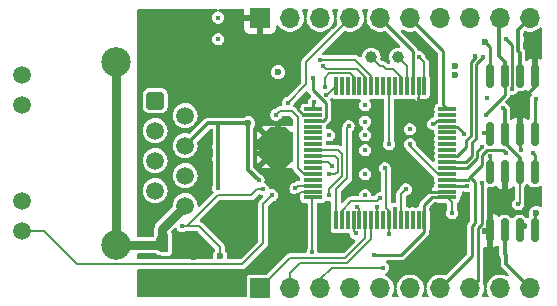
<source format=gbr>
%TF.GenerationSoftware,KiCad,Pcbnew,8.0.9-8.0.9-0~ubuntu22.04.1*%
%TF.CreationDate,2025-04-29T10:25:46+09:00*%
%TF.ProjectId,CANGatewayE,43414e47-6174-4657-9761-79452e6b6963,rev?*%
%TF.SameCoordinates,Original*%
%TF.FileFunction,Copper,L4,Bot*%
%TF.FilePolarity,Positive*%
%FSLAX46Y46*%
G04 Gerber Fmt 4.6, Leading zero omitted, Abs format (unit mm)*
G04 Created by KiCad (PCBNEW 8.0.9-8.0.9-0~ubuntu22.04.1) date 2025-04-29 10:25:46*
%MOMM*%
%LPD*%
G01*
G04 APERTURE LIST*
G04 Aperture macros list*
%AMRoundRect*
0 Rectangle with rounded corners*
0 $1 Rounding radius*
0 $2 $3 $4 $5 $6 $7 $8 $9 X,Y pos of 4 corners*
0 Add a 4 corners polygon primitive as box body*
4,1,4,$2,$3,$4,$5,$6,$7,$8,$9,$2,$3,0*
0 Add four circle primitives for the rounded corners*
1,1,$1+$1,$2,$3*
1,1,$1+$1,$4,$5*
1,1,$1+$1,$6,$7*
1,1,$1+$1,$8,$9*
0 Add four rect primitives between the rounded corners*
20,1,$1+$1,$2,$3,$4,$5,0*
20,1,$1+$1,$4,$5,$6,$7,0*
20,1,$1+$1,$6,$7,$8,$9,0*
20,1,$1+$1,$8,$9,$2,$3,0*%
%AMFreePoly0*
4,1,19,0.500000,-0.750000,0.000000,-0.750000,0.000000,-0.744911,-0.071157,-0.744911,-0.207708,-0.704816,-0.327430,-0.627875,-0.420627,-0.520320,-0.479746,-0.390866,-0.500000,-0.250000,-0.500000,0.250000,-0.479746,0.390866,-0.420627,0.520320,-0.327430,0.627875,-0.207708,0.704816,-0.071157,0.744911,0.000000,0.744911,0.000000,0.750000,0.500000,0.750000,0.500000,-0.750000,0.500000,-0.750000,
$1*%
%AMFreePoly1*
4,1,19,0.000000,0.744911,0.071157,0.744911,0.207708,0.704816,0.327430,0.627875,0.420627,0.520320,0.479746,0.390866,0.500000,0.250000,0.500000,-0.250000,0.479746,-0.390866,0.420627,-0.520320,0.327430,-0.627875,0.207708,-0.704816,0.071157,-0.744911,0.000000,-0.744911,0.000000,-0.750000,-0.500000,-0.750000,-0.500000,0.750000,0.000000,0.750000,0.000000,0.744911,0.000000,0.744911,
$1*%
G04 Aperture macros list end*
%TA.AperFunction,ComponentPad*%
%ADD10C,2.500000*%
%TD*%
%TA.AperFunction,ComponentPad*%
%ADD11C,1.500000*%
%TD*%
%TA.AperFunction,ComponentPad*%
%ADD12RoundRect,0.250500X-0.499500X0.499500X-0.499500X-0.499500X0.499500X-0.499500X0.499500X0.499500X0*%
%TD*%
%TA.AperFunction,ComponentPad*%
%ADD13C,0.500000*%
%TD*%
%TA.AperFunction,SMDPad,CuDef*%
%ADD14R,2.500000X2.500000*%
%TD*%
%TA.AperFunction,ComponentPad*%
%ADD15R,1.700000X1.700000*%
%TD*%
%TA.AperFunction,ComponentPad*%
%ADD16O,1.700000X1.700000*%
%TD*%
%TA.AperFunction,SMDPad,CuDef*%
%ADD17RoundRect,0.150000X0.150000X-0.825000X0.150000X0.825000X-0.150000X0.825000X-0.150000X-0.825000X0*%
%TD*%
%TA.AperFunction,SMDPad,CuDef*%
%ADD18RoundRect,0.150000X-0.150000X0.825000X-0.150000X-0.825000X0.150000X-0.825000X0.150000X0.825000X0*%
%TD*%
%TA.AperFunction,SMDPad,CuDef*%
%ADD19C,1.000000*%
%TD*%
%TA.AperFunction,SMDPad,CuDef*%
%ADD20FreePoly0,0.000000*%
%TD*%
%TA.AperFunction,SMDPad,CuDef*%
%ADD21FreePoly1,0.000000*%
%TD*%
%TA.AperFunction,SMDPad,CuDef*%
%ADD22RoundRect,0.075000X0.075000X-0.700000X0.075000X0.700000X-0.075000X0.700000X-0.075000X-0.700000X0*%
%TD*%
%TA.AperFunction,SMDPad,CuDef*%
%ADD23RoundRect,0.075000X0.700000X-0.075000X0.700000X0.075000X-0.700000X0.075000X-0.700000X-0.075000X0*%
%TD*%
%TA.AperFunction,ViaPad*%
%ADD24C,0.400000*%
%TD*%
%TA.AperFunction,ViaPad*%
%ADD25C,0.600000*%
%TD*%
%TA.AperFunction,Conductor*%
%ADD26C,0.200000*%
%TD*%
%TA.AperFunction,Conductor*%
%ADD27C,0.250000*%
%TD*%
%TA.AperFunction,Conductor*%
%ADD28C,0.300000*%
%TD*%
%TA.AperFunction,Conductor*%
%ADD29C,0.500000*%
%TD*%
%TA.AperFunction,Conductor*%
%ADD30C,0.750000*%
%TD*%
G04 APERTURE END LIST*
D10*
%TO.P,J5,SH*%
%TO.N,Net-(JP1-A)*%
X13200000Y4960000D03*
X13200000Y20450000D03*
D11*
%TO.P,J5,12*%
%TO.N,/Ethernet/LED1*%
X5250000Y6080000D03*
%TO.P,J5,11*%
%TO.N,Net-(J5-Pad11)*%
X5250000Y8620000D03*
%TO.P,J5,10*%
%TO.N,Net-(J5-Pad10)*%
X5250000Y16790000D03*
%TO.P,J5,9*%
%TO.N,/Ethernet/LED2*%
X5250000Y19330000D03*
%TO.P,J5,8*%
%TO.N,Net-(JP1-A)*%
X19050000Y8265000D03*
%TO.P,J5,7,NC*%
%TO.N,unconnected-(J5-NC-Pad7)*%
X16510000Y9525000D03*
%TO.P,J5,6,RD-*%
%TO.N,Net-(J5-RD-)*%
X19050000Y10805000D03*
%TO.P,J5,5,RCT*%
%TO.N,Net-(J5-RCT)*%
X16510000Y12065000D03*
%TO.P,J5,4,TCT*%
X19050000Y13345000D03*
%TO.P,J5,3,RD+*%
%TO.N,Net-(J5-RD+)*%
X16510000Y14605000D03*
%TO.P,J5,2,TD-*%
%TO.N,Net-(J5-TD-)*%
X19050000Y15885000D03*
D12*
%TO.P,J5,1,TD+*%
%TO.N,Net-(J5-TD+)*%
X16510000Y17145000D03*
%TD*%
D13*
%TO.P,U2,25,VSS*%
%TO.N,GND*%
X25916000Y12208000D03*
X26916000Y12208000D03*
X27916000Y12208000D03*
X25916000Y13208000D03*
X26916000Y13208000D03*
D14*
X26916000Y13208000D03*
D13*
X27916000Y13208000D03*
X25916000Y14208000D03*
X26916000Y14208000D03*
X27916000Y14208000D03*
%TD*%
D15*
%TO.P,J3,1,Pin_1*%
%TO.N,/SPI3_MOSI*%
X25400000Y1270000D03*
D16*
%TO.P,J3,2,Pin_2*%
%TO.N,/SPI3_MISO*%
X27940000Y1270000D03*
%TO.P,J3,3,Pin_3*%
%TO.N,/SPI3_SCK*%
X30480000Y1270000D03*
%TO.P,J3,4,Pin_4*%
%TO.N,/SPI3_CS*%
X33020000Y1270000D03*
%TO.P,J3,5,Pin_5*%
%TO.N,/VCP_TX*%
X35560000Y1270000D03*
%TO.P,J3,6,Pin_6*%
%TO.N,/VCP_RX*%
X38100000Y1270000D03*
%TO.P,J3,7,Pin_7*%
%TO.N,/CAN1_RD*%
X40640000Y1270000D03*
%TO.P,J3,8,Pin_8*%
%TO.N,/CAN1_TD*%
X43180000Y1270000D03*
%TO.P,J3,9,Pin_9*%
%TO.N,/CAN/CAN1_L*%
X45720000Y1270000D03*
%TO.P,J3,10,Pin_10*%
%TO.N,/CAN/CAN1_H*%
X48260000Y1270000D03*
%TD*%
D17*
%TO.P,U4,1,TXD*%
%TO.N,Net-(JP4-B)*%
X48641000Y14289000D03*
%TO.P,U4,2,VSS*%
%TO.N,GND*%
X47371000Y14289000D03*
%TO.P,U4,3,VDD*%
%TO.N,+5V*%
X46101000Y14289000D03*
%TO.P,U4,4,RXD*%
%TO.N,Net-(JP5-B)*%
X44831000Y14289000D03*
%TO.P,U4,5,Vio*%
%TO.N,+3.3V*%
X44831000Y19239000D03*
%TO.P,U4,6,CANL*%
%TO.N,/CAN/CAN2_L*%
X46101000Y19239000D03*
%TO.P,U4,7,CANH*%
%TO.N,/CAN/CAN2_H*%
X47371000Y19239000D03*
%TO.P,U4,8,STBY*%
%TO.N,GND*%
X48641000Y19239000D03*
%TD*%
D18*
%TO.P,U3,1,TXD*%
%TO.N,Net-(JP2-B)*%
X44831000Y11111000D03*
%TO.P,U3,2,VSS*%
%TO.N,GND*%
X46101000Y11111000D03*
%TO.P,U3,3,VDD*%
%TO.N,+5V*%
X47371000Y11111000D03*
%TO.P,U3,4,RXD*%
%TO.N,Net-(JP3-B)*%
X48641000Y11111000D03*
%TO.P,U3,5,Vio*%
%TO.N,+3.3V*%
X48641000Y6161000D03*
%TO.P,U3,6,CANL*%
%TO.N,/CAN/CAN1_L*%
X47371000Y6161000D03*
%TO.P,U3,7,CANH*%
%TO.N,/CAN/CAN1_H*%
X46101000Y6161000D03*
%TO.P,U3,8,STBY*%
%TO.N,GND*%
X44831000Y6161000D03*
%TD*%
D19*
%TO.P,TP1,1,1*%
%TO.N,/MCU/PA11*%
X34798000Y20828000D03*
%TD*%
D20*
%TO.P,JP1,1,A*%
%TO.N,Net-(JP1-A)*%
X17130000Y5080000D03*
D21*
%TO.P,JP1,2,B*%
%TO.N,GND*%
X18430000Y5080000D03*
%TD*%
D19*
%TO.P,TP2,1,1*%
%TO.N,/MCU/PA12*%
X37084000Y20828000D03*
%TD*%
D22*
%TO.P,U1,1,VBAT*%
%TO.N,+3.3V*%
X39310000Y7025000D03*
%TO.P,U1,2,PC13*%
%TO.N,/MCU/PC13*%
X38810000Y7025000D03*
%TO.P,U1,3,PC14*%
%TO.N,/MCU/PC14*%
X38310000Y7025000D03*
%TO.P,U1,4,PC15*%
%TO.N,/MCU/PC15*%
X37810000Y7025000D03*
%TO.P,U1,5,PH0*%
%TO.N,Net-(U1-PH0)*%
X37310000Y7025000D03*
%TO.P,U1,6,PH1*%
%TO.N,Net-(U1-PH1)*%
X36810000Y7025000D03*
%TO.P,U1,7,NRST*%
%TO.N,/NRST*%
X36310000Y7025000D03*
%TO.P,U1,8,PC0*%
%TO.N,/MCU/PC0*%
X35810000Y7025000D03*
%TO.P,U1,9,PC1*%
%TO.N,/RMII_MDC*%
X35310000Y7025000D03*
%TO.P,U1,10,PC2*%
%TO.N,/SPI3_MISO*%
X34810000Y7025000D03*
%TO.P,U1,11,PC3*%
%TO.N,/SPI3_MOSI*%
X34310000Y7025000D03*
%TO.P,U1,12,VSSA*%
%TO.N,GND*%
X33810000Y7025000D03*
%TO.P,U1,13,VDDA*%
%TO.N,+3.3V*%
X33310000Y7025000D03*
%TO.P,U1,14,PA0*%
%TO.N,/MCU/PA0*%
X32810000Y7025000D03*
%TO.P,U1,15,PA1*%
%TO.N,/RMII_REF_CLK*%
X32310000Y7025000D03*
%TO.P,U1,16,PA2*%
%TO.N,/RMII_MDIO*%
X31810000Y7025000D03*
D23*
%TO.P,U1,17,PA3*%
%TO.N,/SPI3_CS*%
X29885000Y8950000D03*
%TO.P,U1,18,VSS*%
%TO.N,GND*%
X29885000Y9450000D03*
%TO.P,U1,19,VDD*%
%TO.N,+3.3V*%
X29885000Y9950000D03*
%TO.P,U1,20,PA4*%
%TO.N,/MCU/PA4*%
X29885000Y10450000D03*
%TO.P,U1,21,PA5*%
%TO.N,/RMII_TX_EN*%
X29885000Y10950000D03*
%TO.P,U1,22,PA6*%
%TO.N,/MCU/PA6*%
X29885000Y11450000D03*
%TO.P,U1,23,PA7*%
%TO.N,/RMII_CRS_DV*%
X29885000Y11950000D03*
%TO.P,U1,24,PC4*%
%TO.N,/RMII_RXD0*%
X29885000Y12450000D03*
%TO.P,U1,25,PC5*%
%TO.N,/RMII_RXD1*%
X29885000Y12950000D03*
%TO.P,U1,26,PB0*%
%TO.N,/MCU/PB0*%
X29885000Y13450000D03*
%TO.P,U1,27,PB1*%
%TO.N,/MCU/PB1*%
X29885000Y13950000D03*
%TO.P,U1,28,PB2*%
%TO.N,/MCU/PB2*%
X29885000Y14450000D03*
%TO.P,U1,29,PB10*%
%TO.N,/MCU/PB10*%
X29885000Y14950000D03*
%TO.P,U1,30,VCAP*%
%TO.N,Net-(C4-Pad1)*%
X29885000Y15450000D03*
%TO.P,U1,31,VSS*%
%TO.N,GND*%
X29885000Y15950000D03*
%TO.P,U1,32,VDD*%
%TO.N,+3.3V*%
X29885000Y16450000D03*
D22*
%TO.P,U1,33,PB12*%
%TO.N,/RMII_TXD0*%
X31810000Y18375000D03*
%TO.P,U1,34,PB13*%
%TO.N,/MCU/PB13*%
X32310000Y18375000D03*
%TO.P,U1,35,PB14*%
%TO.N,/MCU/PB14*%
X32810000Y18375000D03*
%TO.P,U1,36,PB15*%
%TO.N,/RMII_TXD1*%
X33310000Y18375000D03*
%TO.P,U1,37,PC6*%
%TO.N,/MCU/PC6*%
X33810000Y18375000D03*
%TO.P,U1,38,PC7*%
%TO.N,/MCU/PC7*%
X34310000Y18375000D03*
%TO.P,U1,39,PC8*%
%TO.N,/MCU/PC8*%
X34810000Y18375000D03*
%TO.P,U1,40,PC9*%
%TO.N,/MCU/PC9*%
X35310000Y18375000D03*
%TO.P,U1,41,PA8*%
%TO.N,/MCU/PA8*%
X35810000Y18375000D03*
%TO.P,U1,42,PA9*%
%TO.N,/SPI3_SCK*%
X36310000Y18375000D03*
%TO.P,U1,43,PA10*%
%TO.N,/MCU/PA10*%
X36810000Y18375000D03*
%TO.P,U1,44,PA11*%
%TO.N,/MCU/PA11*%
X37310000Y18375000D03*
%TO.P,U1,45,PA12*%
%TO.N,/MCU/PA12*%
X37810000Y18375000D03*
%TO.P,U1,46,PA13(JTMS*%
%TO.N,/SWDIO*%
X38310000Y18375000D03*
%TO.P,U1,47,VSS*%
%TO.N,GND*%
X38810000Y18375000D03*
%TO.P,U1,48,VDD*%
%TO.N,+3.3V*%
X39310000Y18375000D03*
D23*
%TO.P,U1,49,PA14(JTCK*%
%TO.N,/SWCLK*%
X41235000Y16450000D03*
%TO.P,U1,50,PA15(JTDI)*%
%TO.N,/MCU/PA15*%
X41235000Y15950000D03*
%TO.P,U1,51,PC10*%
%TO.N,/VCP_TX*%
X41235000Y15450000D03*
%TO.P,U1,52,PC11*%
%TO.N,/VCP_RX*%
X41235000Y14950000D03*
%TO.P,U1,53,PC12*%
%TO.N,/MCU/PC12*%
X41235000Y14450000D03*
%TO.P,U1,54,PD2*%
%TO.N,/MCU/PD2*%
X41235000Y13950000D03*
%TO.P,U1,55,PB3(JTDO*%
%TO.N,/MCU/PB3*%
X41235000Y13450000D03*
%TO.P,U1,56,PB4(NJTRST)*%
%TO.N,/MCU/PB4*%
X41235000Y12950000D03*
%TO.P,U1,57,PB5*%
%TO.N,/CAN2_RD*%
X41235000Y12450000D03*
%TO.P,U1,58,PB6*%
%TO.N,/CAN2_TD*%
X41235000Y11950000D03*
%TO.P,U1,59,PB7*%
%TO.N,/CAN1_TD*%
X41235000Y11450000D03*
%TO.P,U1,60,BOOT0*%
%TO.N,/MCU/BOOT0*%
X41235000Y10950000D03*
%TO.P,U1,61,PB8*%
%TO.N,/CAN1_RD*%
X41235000Y10450000D03*
%TO.P,U1,62,VCAP*%
%TO.N,Net-(C5-Pad1)*%
X41235000Y9950000D03*
%TO.P,U1,63,VSS*%
%TO.N,GND*%
X41235000Y9450000D03*
%TO.P,U1,64,VDD*%
%TO.N,+3.3V*%
X41235000Y8950000D03*
%TD*%
D15*
%TO.P,J4,1,Pin_1*%
%TO.N,GND*%
X25400000Y24130000D03*
D16*
%TO.P,J4,2,Pin_2*%
%TO.N,/Connector/VIN*%
X27940000Y24130000D03*
%TO.P,J4,3,Pin_3*%
%TO.N,+3.3V*%
X30480000Y24130000D03*
%TO.P,J4,4,Pin_4*%
%TO.N,/NRST*%
X33020000Y24130000D03*
%TO.P,J4,5,Pin_5*%
%TO.N,/SWDIO*%
X35560000Y24130000D03*
%TO.P,J4,6,Pin_6*%
%TO.N,/SWCLK*%
X38100000Y24130000D03*
%TO.P,J4,7,Pin_7*%
%TO.N,/CAN2_RD*%
X40640000Y24130000D03*
%TO.P,J4,8,Pin_8*%
%TO.N,/CAN2_TD*%
X43180000Y24130000D03*
%TO.P,J4,9,Pin_9*%
%TO.N,/CAN/CAN2_L*%
X45720000Y24130000D03*
%TO.P,J4,10,Pin_10*%
%TO.N,/CAN/CAN2_H*%
X48260000Y24130000D03*
%TD*%
D24*
%TO.N,Net-(U1-PH0)*%
X37742001Y9635300D03*
%TO.N,GND*%
X27559000Y5495902D03*
X22860000Y7112000D03*
D25*
X33274000Y21336000D03*
D24*
X40386000Y6604000D03*
X20320000Y2540000D03*
D25*
X19812000Y3902000D03*
D24*
X22860000Y762000D03*
X38354000Y8509000D03*
X27247771Y8035886D03*
D25*
X21844000Y16256000D03*
D24*
X24384000Y4826000D03*
X33638779Y8126708D03*
X39370000Y16002000D03*
D25*
X40386000Y8128000D03*
X31750000Y21336000D03*
X38354000Y17018000D03*
X28168000Y21844000D03*
D24*
X16002000Y2540000D03*
D25*
X32512000Y4572000D03*
X44958000Y9144000D03*
D24*
X22860000Y2540000D03*
D25*
X46482000Y9144000D03*
D24*
X20320000Y762000D03*
X16002000Y762000D03*
X37084000Y14224000D03*
D25*
X19177000Y5080000D03*
X23114000Y20828000D03*
D24*
X31750000Y5588000D03*
D25*
X24885276Y7130000D03*
D24*
X36957000Y10414000D03*
X30353000Y5715000D03*
D25*
X32512000Y21336000D03*
X23368000Y16256000D03*
X21844000Y21082000D03*
X44450000Y6096000D03*
D24*
X28575000Y16764000D03*
D25*
X25654000Y3810000D03*
D24*
X46228000Y9906000D03*
D25*
X30480000Y4572000D03*
X39116000Y17018000D03*
D24*
X47498000Y12954000D03*
X37592000Y12164000D03*
X28575000Y9144000D03*
X39370000Y16510000D03*
X33330000Y12954000D03*
D25*
X24765000Y20574000D03*
D24*
X23114000Y4826000D03*
%TO.N,Net-(U1-PH1)*%
X36830000Y8001000D03*
%TO.N,Net-(C4-Pad1)*%
X29845000Y19050000D03*
D25*
%TO.N,+3.3V*%
X26924000Y19558000D03*
D24*
X38862000Y20828000D03*
X29972000Y17018000D03*
X34294000Y16764000D03*
X35024000Y4064000D03*
X33494257Y5914827D03*
D25*
X41910000Y19304000D03*
D24*
X34292000Y10922000D03*
D25*
X41910000Y20066000D03*
D24*
X34292000Y9144000D03*
D25*
X44450000Y22098000D03*
D24*
X41656000Y7620000D03*
D25*
X48768000Y7620000D03*
D24*
X38072000Y14732000D03*
X34290000Y12954000D03*
X34292000Y15367000D03*
X34292000Y14224000D03*
X28383103Y9714103D03*
%TO.N,Net-(J5-RCT)*%
X21842000Y13208000D03*
X21844000Y9744000D03*
X21842000Y12192000D03*
D25*
X24384000Y15240000D03*
D24*
X25273000Y10414000D03*
X21842000Y15113000D03*
%TO.N,/Ethernet/LED2*%
X25654000Y9652000D03*
X18796000Y6505000D03*
D25*
X22000000Y4000000D03*
D24*
%TO.N,/Ethernet/LED1*%
X26416000Y9144000D03*
%TO.N,/MCU/BOOT0*%
X38104000Y13462000D03*
%TO.N,/RMII_MDIO*%
X32891000Y14986000D03*
%TO.N,/RMII_RXD0*%
X31240000Y10922000D03*
%TO.N,/RMII_RXD1*%
X31240000Y9144000D03*
%TO.N,/RMII_CRS_DV*%
X31240000Y14224000D03*
X31466001Y11634381D03*
%TO.N,/RMII_REF_CLK*%
X35556000Y8886000D03*
%TO.N,/CAN/CAN1_H*%
X45972000Y5842000D03*
%TO.N,/CAN/CAN2_H*%
X47246000Y22352000D03*
%TO.N,Net-(R20-Pad2)*%
X46736001Y18150855D03*
X46228000Y22352000D03*
%TO.N,/CAN/CAN2_L*%
X44483999Y15967919D03*
D25*
%TO.N,/CAN/CAN1_L*%
X47783000Y6573000D03*
D24*
%TO.N,/SPI3_SCK*%
X35814000Y3010000D03*
X36322000Y13462000D03*
%TO.N,/RMII_TX_EN*%
X26741646Y15952396D03*
%TO.N,/VCP_TX*%
X40048810Y15163346D03*
%TO.N,/VCP_RX*%
X42628287Y14289147D03*
%TO.N,/RMII_MDC*%
X35306000Y8128000D03*
%TO.N,/CAN2_TD*%
X44306000Y20828000D03*
%TO.N,/RMII_TXD0*%
X30988000Y17653000D03*
%TO.N,/SPI3_CS*%
X29830880Y4310000D03*
%TO.N,/MCU/PC7*%
X21844000Y22352000D03*
X30734000Y20066000D03*
%TO.N,/CAN1_TD*%
X44144650Y13259350D03*
X44146499Y10153910D03*
%TO.N,/CAN2_RD*%
X43625768Y20890232D03*
%TO.N,/CAN1_RD*%
X46212182Y12684182D03*
%TO.N,/RMII_TXD1*%
X30861000Y18288000D03*
%TO.N,/MCU/PC8*%
X30465671Y20602658D03*
X21846000Y24172000D03*
%TO.N,+5V*%
X47244000Y8382000D03*
X45974000Y16510000D03*
%TO.N,Net-(C5-Pad1)*%
X42926000Y9906000D03*
%TO.N,/NRST*%
X36322000Y5842000D03*
X27746625Y16957375D03*
X35952000Y11430000D03*
%TO.N,Net-(JP2-B)*%
X44831000Y12446000D03*
%TO.N,Net-(JP3-B)*%
X48514000Y12700000D03*
%TO.N,Net-(JP4-B)*%
X48768000Y17272000D03*
%TO.N,Net-(JP5-B)*%
X44577000Y17399000D03*
X44395000Y14441409D03*
%TD*%
D26*
%TO.N,/Ethernet/LED1*%
X26416000Y9144000D02*
X25654000Y8382000D01*
X25654000Y8382000D02*
X25654000Y5080000D01*
X9883000Y3302000D02*
X7105000Y6080000D01*
X25654000Y5080000D02*
X23876000Y3302000D01*
X23876000Y3302000D02*
X9883000Y3302000D01*
X7105000Y6080000D02*
X5250000Y6080000D01*
%TO.N,Net-(U1-PH0)*%
X37330000Y7045000D02*
X37310000Y7025000D01*
X37742001Y9635300D02*
X37330000Y9223299D01*
X37330000Y9223299D02*
X37330000Y7045000D01*
D27*
%TO.N,GND*%
X47371000Y14289000D02*
X47371000Y13081000D01*
D28*
X48641000Y18264001D02*
X47371000Y16994001D01*
D26*
X28881000Y9450000D02*
X28575000Y9144000D01*
X44515000Y6161000D02*
X44450000Y6096000D01*
D27*
X41235000Y9450000D02*
X39295000Y9450000D01*
X46101000Y11111000D02*
X46101000Y10033000D01*
X47371000Y13081000D02*
X47498000Y12954000D01*
X39295000Y9450000D02*
X38354000Y8509000D01*
X29042236Y15950000D02*
X28575000Y16417236D01*
D29*
X18430000Y5080000D02*
X19177000Y5080000D01*
D27*
X46101000Y10033000D02*
X46228000Y9906000D01*
D28*
X48641000Y19239000D02*
X48641000Y18264001D01*
D26*
X38810000Y18375000D02*
X38810000Y17324000D01*
D27*
X28575000Y16417236D02*
X28575000Y16764000D01*
D26*
X44831000Y6161000D02*
X44515000Y6161000D01*
X29885000Y9450000D02*
X28881000Y9450000D01*
X33810000Y7955487D02*
X33638779Y8126708D01*
X38354000Y17018000D02*
X39116000Y17018000D01*
X33810000Y7025000D02*
X33810000Y7955487D01*
X38810000Y17324000D02*
X39116000Y17018000D01*
D28*
X47371000Y16994001D02*
X47371000Y14289000D01*
D27*
X29885000Y15950000D02*
X29042236Y15950000D01*
D26*
%TO.N,Net-(U1-PH1)*%
X36810000Y7981000D02*
X36830000Y8001000D01*
X36810000Y7025000D02*
X36810000Y7981000D01*
D27*
%TO.N,Net-(C4-Pad1)*%
X30988000Y16910537D02*
X30988000Y15710236D01*
X29845000Y19050000D02*
X29845000Y18053537D01*
X30727764Y15450000D02*
X29885000Y15450000D01*
X30988000Y15710236D02*
X30727764Y15450000D01*
X29845000Y18053537D02*
X30988000Y16910537D01*
%TO.N,+3.3V*%
X48641000Y7493000D02*
X48768000Y7620000D01*
D26*
X41656000Y8529000D02*
X41235000Y8950000D01*
D27*
X44831000Y21717000D02*
X44831000Y19239000D01*
D26*
X33310000Y6099084D02*
X33310000Y7025000D01*
D27*
X39310000Y6036000D02*
X39310000Y7025000D01*
X39310000Y8322000D02*
X39310000Y7025000D01*
X41235000Y8950000D02*
X39938000Y8950000D01*
D26*
X28619000Y9950000D02*
X28383103Y9714103D01*
D27*
X48641000Y6161000D02*
X48641000Y7493000D01*
D26*
X38862000Y20828000D02*
X39310000Y20380000D01*
D27*
X37338000Y4064000D02*
X39310000Y6036000D01*
X29972000Y17018000D02*
X29885000Y16931000D01*
X35024000Y4064000D02*
X37338000Y4064000D01*
D26*
X29885000Y9950000D02*
X28619000Y9950000D01*
D27*
X44450000Y22098000D02*
X44831000Y21717000D01*
D26*
X33494257Y5914827D02*
X33310000Y6099084D01*
X41656000Y7620000D02*
X41656000Y8529000D01*
D27*
X39938000Y8950000D02*
X39310000Y8322000D01*
D26*
X39310000Y20380000D02*
X39310000Y18375000D01*
D27*
X29885000Y16931000D02*
X29885000Y16450000D01*
D28*
%TO.N,Net-(J5-RCT)*%
X21842000Y14224000D02*
X21842000Y15238000D01*
D26*
X21842000Y13208000D02*
X21842000Y14224000D01*
D28*
X20975000Y15240000D02*
X19070000Y13335000D01*
D26*
X21844000Y15240000D02*
X20975000Y15240000D01*
D28*
X24384000Y15240000D02*
X24384000Y11303000D01*
X24384000Y11303000D02*
X25273000Y10414000D01*
X21844000Y15111000D02*
X21842000Y15113000D01*
X21844000Y9744000D02*
X21844000Y15111000D01*
X24384000Y15240000D02*
X20975000Y15240000D01*
D26*
X21842000Y15113000D02*
X21842000Y15238000D01*
X21842000Y11176000D02*
X21842000Y12192000D01*
X21842000Y12192000D02*
X21842000Y13208000D01*
D28*
X21842000Y15238000D02*
X21844000Y15240000D01*
D26*
X24384000Y15240000D02*
X21844000Y15240000D01*
X21842000Y14224000D02*
X21842000Y15113000D01*
%TO.N,/Ethernet/LED2*%
X19205000Y6505000D02*
X18796000Y6505000D01*
X25654000Y9652000D02*
X25146000Y9652000D01*
X21844000Y9144000D02*
X19205000Y6505000D01*
X25146000Y9652000D02*
X24638000Y9144000D01*
X24638000Y9144000D02*
X21844000Y9144000D01*
X22000000Y4756529D02*
X20256529Y6500000D01*
X22000000Y4000000D02*
X22000000Y4756529D01*
X19210000Y6500000D02*
X19205000Y6505000D01*
X20256529Y6500000D02*
X19210000Y6500000D01*
D30*
%TO.N,Net-(JP1-A)*%
X16975000Y4925000D02*
X17130000Y5080000D01*
X13240000Y4925000D02*
X16975000Y4925000D01*
X19070000Y8255000D02*
X17130000Y6315000D01*
X17130000Y6315000D02*
X17130000Y5080000D01*
X13240000Y20475000D02*
X13240000Y4925000D01*
D26*
%TO.N,/MCU/BOOT0*%
X38104000Y13273590D02*
X40427590Y10950000D01*
X38104000Y13462000D02*
X38104000Y13273590D01*
X40427590Y10950000D02*
X41235000Y10950000D01*
%TO.N,/RMII_MDIO*%
X31810000Y7025000D02*
X31810000Y9664314D01*
X32766000Y14861000D02*
X32891000Y14986000D01*
X32766000Y10620314D02*
X32766000Y14861000D01*
X31810000Y9664314D02*
X32766000Y10620314D01*
%TO.N,/RMII_RXD0*%
X31966000Y12230000D02*
X31746000Y12450000D01*
X31966000Y11138000D02*
X31966000Y12230000D01*
X31750000Y10922000D02*
X31966000Y11138000D01*
X31240000Y10922000D02*
X31750000Y10922000D01*
X31746000Y12450000D02*
X29885000Y12450000D01*
%TO.N,/RMII_RXD1*%
X31240000Y9660000D02*
X32366000Y10786000D01*
X32008000Y12950000D02*
X29885000Y12950000D01*
X32366000Y10786000D02*
X32366000Y12592000D01*
X31240000Y9144000D02*
X31240000Y9660000D01*
X32366000Y12592000D02*
X32008000Y12950000D01*
%TO.N,/RMII_CRS_DV*%
X31150382Y11950000D02*
X29885000Y11950000D01*
X31466001Y11634381D02*
X31150382Y11950000D01*
%TO.N,/RMII_REF_CLK*%
X35314000Y8644000D02*
X33121590Y8644000D01*
X35556000Y8886000D02*
X35314000Y8644000D01*
X33121590Y8644000D02*
X32310000Y7832410D01*
X32310000Y7832410D02*
X32310000Y7025000D01*
D28*
%TO.N,/CAN/CAN1_H*%
X46101000Y4189000D02*
X46226000Y4064000D01*
D26*
X46101000Y6161000D02*
X46101000Y5971000D01*
D28*
X46226000Y4064000D02*
X46226000Y3304000D01*
X46226000Y3304000D02*
X48260000Y1270000D01*
D26*
X46101000Y5971000D02*
X45972000Y5842000D01*
D28*
X46101000Y6161000D02*
X46101000Y4189000D01*
%TO.N,/CAN/CAN2_H*%
X47246000Y22352000D02*
X47246000Y23116000D01*
X47246000Y21336000D02*
X47246000Y22352000D01*
X47371000Y21211000D02*
X47246000Y21336000D01*
X47246000Y23116000D02*
X48260000Y24130000D01*
X47371000Y19239000D02*
X47371000Y21211000D01*
D27*
%TO.N,Net-(R20-Pad2)*%
X46736001Y21843999D02*
X46228000Y22352000D01*
X46736001Y18150855D02*
X46736001Y21843999D01*
X46228000Y22352000D02*
X46226000Y22350000D01*
D28*
%TO.N,/CAN/CAN2_L*%
X45606000Y20942000D02*
X46101000Y20447000D01*
X45720000Y24130000D02*
X45606000Y24016000D01*
D27*
X46101000Y17653000D02*
X46101000Y19239000D01*
X44483999Y16035999D02*
X46101000Y17653000D01*
D28*
X46101000Y20447000D02*
X46101000Y19239000D01*
X45606000Y24016000D02*
X45606000Y20942000D01*
D27*
X44483999Y15967919D02*
X44483999Y16035999D01*
D26*
%TO.N,/CAN/CAN1_L*%
X47371000Y6161000D02*
X47783000Y6573000D01*
%TO.N,/SPI3_SCK*%
X36310000Y13474000D02*
X36310000Y18375000D01*
X36322000Y13462000D02*
X36310000Y13474000D01*
X31458000Y3010000D02*
X30480000Y2032000D01*
X30480000Y2032000D02*
X30480000Y1270000D01*
X35814000Y3010000D02*
X31458000Y3010000D01*
%TO.N,/RMII_TX_EN*%
X28575000Y11452590D02*
X28575000Y15748000D01*
X29077590Y10950000D02*
X28575000Y11452590D01*
X28067000Y16256000D02*
X27045250Y16256000D01*
X28575000Y15748000D02*
X28067000Y16256000D01*
X29885000Y10950000D02*
X29077590Y10950000D01*
X27045250Y16256000D02*
X26741646Y15952396D01*
D27*
%TO.N,/SWCLK*%
X40894000Y16791000D02*
X41235000Y16450000D01*
X38100000Y24130000D02*
X40894000Y21336000D01*
X40894000Y21336000D02*
X40894000Y16791000D01*
D26*
%TO.N,/SPI3_MISO*%
X34810000Y7025000D02*
X34810000Y5455785D01*
X34810000Y5455785D02*
X32764215Y3410000D01*
X27940000Y2540000D02*
X27940000Y1270000D01*
X28810000Y3410000D02*
X27940000Y2540000D01*
X32764215Y3410000D02*
X28810000Y3410000D01*
D27*
%TO.N,/VCP_TX*%
X40335464Y15450000D02*
X40048810Y15163346D01*
X41235000Y15450000D02*
X40335464Y15450000D01*
%TO.N,/VCP_RX*%
X42628287Y14399477D02*
X42628287Y14289147D01*
X41235000Y14950000D02*
X42077764Y14950000D01*
X42077764Y14950000D02*
X42628287Y14399477D01*
D26*
%TO.N,/RMII_MDC*%
X35306000Y8128000D02*
X35306000Y7029000D01*
X35306000Y7029000D02*
X35310000Y7025000D01*
D27*
%TO.N,/CAN2_TD*%
X43688000Y20210000D02*
X44306000Y20828000D01*
X43306000Y12446396D02*
X43306000Y13588000D01*
X42809604Y11950000D02*
X43306000Y12446396D01*
X43306000Y13588000D02*
X43688000Y13970000D01*
X43688000Y13970000D02*
X43688000Y20210000D01*
X41235000Y11950000D02*
X42809604Y11950000D01*
D26*
%TO.N,/RMII_TXD0*%
X30988000Y17653000D02*
X31088000Y17653000D01*
X31088000Y17653000D02*
X31810000Y18375000D01*
%TO.N,/SPI3_CS*%
X29830880Y4310000D02*
X29830880Y8895880D01*
X29830880Y8895880D02*
X29885000Y8950000D01*
%TO.N,/SPI3_MOSI*%
X32598529Y3810000D02*
X34310000Y5521471D01*
X34310000Y5521471D02*
X34310000Y7025000D01*
X25400000Y1270000D02*
X27940000Y3810000D01*
X27940000Y3810000D02*
X32598529Y3810000D01*
D27*
%TO.N,/SWDIO*%
X38310000Y21380000D02*
X38310000Y18375000D01*
X35560000Y24130000D02*
X38310000Y21380000D01*
D26*
%TO.N,/MCU/PC7*%
X33642410Y19850000D02*
X30950000Y19850000D01*
X34310000Y18375000D02*
X34310000Y19182410D01*
X30950000Y19850000D02*
X30734000Y20066000D01*
X34310000Y19182410D02*
X33642410Y19850000D01*
D27*
%TO.N,/CAN1_TD*%
X43825000Y6354884D02*
X44196000Y6725884D01*
X43756000Y12260000D02*
X42946000Y11450000D01*
X43756000Y12870700D02*
X43756000Y12260000D01*
X44144650Y13259350D02*
X43756000Y12870700D01*
X44196000Y6725884D02*
X44196000Y10104409D01*
X43180000Y1270000D02*
X43825000Y1915000D01*
X44196000Y10104409D02*
X44146499Y10153910D01*
X43825000Y1915000D02*
X43825000Y6354884D01*
X42946000Y11450000D02*
X41235000Y11450000D01*
%TO.N,/CAN2_RD*%
X42077764Y12450000D02*
X42856000Y13228236D01*
X42856000Y13228236D02*
X42856000Y13774396D01*
X43238000Y20396396D02*
X43678802Y20837198D01*
X42856000Y13774396D02*
X43238000Y14156396D01*
X43238000Y14156396D02*
X43238000Y20396396D01*
X43678802Y20837198D02*
X43625768Y20890232D01*
X41235000Y12450000D02*
X42077764Y12450000D01*
%TO.N,/CAN1_RD*%
X43375000Y4005000D02*
X40640000Y1270000D01*
X44206000Y11694000D02*
X44206000Y12563463D01*
X43375000Y6541280D02*
X43375000Y4005000D01*
X41235000Y10450000D02*
X42962000Y10450000D01*
X43621499Y6787779D02*
X43375000Y6541280D01*
X45925364Y12971000D02*
X46212182Y12684182D01*
X44206000Y12563463D02*
X44613537Y12971000D01*
X44613537Y12971000D02*
X45925364Y12971000D01*
X42962000Y10450000D02*
X43180000Y10668000D01*
X43180000Y10668000D02*
X43621499Y10226501D01*
X43180000Y10668000D02*
X44206000Y11694000D01*
X43621499Y10226501D02*
X43621499Y6787779D01*
D26*
%TO.N,/MCU/PA12*%
X37810000Y20102000D02*
X37084000Y20828000D01*
X37810000Y18375000D02*
X37810000Y20102000D01*
%TO.N,/MCU/PA11*%
X36680410Y19812000D02*
X36068000Y19812000D01*
X36068000Y19812000D02*
X35814000Y20066000D01*
X37310000Y18375000D02*
X37310000Y19182410D01*
X35560000Y20066000D02*
X34798000Y20828000D01*
X37310000Y19182410D02*
X36680410Y19812000D01*
X35814000Y20066000D02*
X35560000Y20066000D01*
%TO.N,/RMII_TXD1*%
X33042410Y19450000D02*
X33310000Y19182410D01*
X30861000Y18288000D02*
X30861000Y19050000D01*
X33310000Y19182410D02*
X33310000Y18375000D01*
X31261000Y19450000D02*
X33042410Y19450000D01*
X30861000Y19050000D02*
X31261000Y19450000D01*
%TO.N,/MCU/PC8*%
X34810000Y18375000D02*
X34810000Y19248096D01*
X33455438Y20602658D02*
X30465671Y20602658D01*
X34810000Y19248096D02*
X33455438Y20602658D01*
D28*
%TO.N,+5V*%
X47371000Y11111000D02*
X47371000Y12303182D01*
X47371000Y12303182D02*
X46101000Y13573182D01*
D26*
X47371000Y8509000D02*
X47371000Y11111000D01*
D28*
X46101000Y14289000D02*
X46101000Y16383000D01*
X46101000Y13573182D02*
X46101000Y14289000D01*
D26*
X47244000Y8382000D02*
X47371000Y8509000D01*
D28*
X46101000Y16383000D02*
X45974000Y16510000D01*
D27*
%TO.N,Net-(C5-Pad1)*%
X42926000Y9906000D02*
X42121764Y9906000D01*
X42077764Y9950000D02*
X41235000Y9950000D01*
X42121764Y9906000D02*
X42077764Y9950000D01*
D26*
%TO.N,/NRST*%
X36310000Y7832410D02*
X36310000Y7025000D01*
X29302000Y18512750D02*
X29302000Y20412000D01*
X36310000Y5854000D02*
X36322000Y5842000D01*
X29302000Y20412000D02*
X33020000Y24130000D01*
X36068000Y8074410D02*
X36310000Y7832410D01*
X36310000Y7025000D02*
X36310000Y5854000D01*
X36068000Y11314000D02*
X36068000Y8074410D01*
X35952000Y11430000D02*
X36068000Y11314000D01*
X27746625Y16957375D02*
X29302000Y18512750D01*
D27*
%TO.N,Net-(JP2-B)*%
X44831000Y11111000D02*
X44831000Y12446000D01*
%TO.N,Net-(JP3-B)*%
X48514000Y12700000D02*
X48641000Y12573000D01*
X48641000Y12573000D02*
X48641000Y11782751D01*
%TO.N,Net-(JP4-B)*%
X48641000Y17145000D02*
X48641000Y14289000D01*
X48768000Y17272000D02*
X48641000Y17145000D01*
%TO.N,Net-(JP5-B)*%
X44395000Y14441409D02*
X44678591Y14441409D01*
X44678591Y14441409D02*
X44831000Y14289000D01*
%TD*%
%TA.AperFunction,Conductor*%
%TO.N,GND*%
G36*
X21751729Y24879815D02*
G01*
X21797484Y24827011D01*
X21807428Y24757853D01*
X21778403Y24694297D01*
X21719625Y24656523D01*
X21719624Y24656523D01*
X21635949Y24631955D01*
X21514873Y24554144D01*
X21420623Y24445374D01*
X21420622Y24445372D01*
X21360834Y24314457D01*
X21340353Y24172000D01*
X21360834Y24029544D01*
X21403095Y23937007D01*
X21420623Y23898627D01*
X21514872Y23789857D01*
X21635947Y23712047D01*
X21635950Y23712046D01*
X21635949Y23712046D01*
X21774036Y23671501D01*
X21774038Y23671500D01*
X21774039Y23671500D01*
X21917962Y23671500D01*
X21917962Y23671501D01*
X22056053Y23712047D01*
X22177128Y23789857D01*
X22271377Y23898627D01*
X22331165Y24029543D01*
X22351647Y24172000D01*
X22331165Y24314457D01*
X22271377Y24445373D01*
X22177128Y24554143D01*
X22056053Y24631953D01*
X22056051Y24631954D01*
X22056049Y24631955D01*
X22056050Y24631955D01*
X21972376Y24656523D01*
X21913597Y24694297D01*
X21884572Y24757852D01*
X21894515Y24827011D01*
X21940270Y24879815D01*
X22007309Y24899500D01*
X23926000Y24899500D01*
X23993039Y24879815D01*
X24038794Y24827011D01*
X24050000Y24775500D01*
X24050000Y24380000D01*
X24966988Y24380000D01*
X24934075Y24322993D01*
X24900000Y24195826D01*
X24900000Y24064174D01*
X24934075Y23937007D01*
X24966988Y23880000D01*
X24050000Y23880000D01*
X24050000Y23232156D01*
X24056401Y23172628D01*
X24056403Y23172621D01*
X24106645Y23037914D01*
X24106649Y23037907D01*
X24192809Y22922813D01*
X24192812Y22922810D01*
X24307906Y22836650D01*
X24307913Y22836646D01*
X24442620Y22786404D01*
X24442627Y22786402D01*
X24502155Y22780001D01*
X24502172Y22780000D01*
X25150000Y22780000D01*
X25150000Y23696988D01*
X25207007Y23664075D01*
X25334174Y23630000D01*
X25465826Y23630000D01*
X25592993Y23664075D01*
X25650000Y23696988D01*
X25650000Y22780000D01*
X26297828Y22780000D01*
X26297844Y22780001D01*
X26357372Y22786402D01*
X26357379Y22786404D01*
X26492086Y22836646D01*
X26492093Y22836650D01*
X26607187Y22922810D01*
X26607190Y22922813D01*
X26693350Y23037907D01*
X26693354Y23037914D01*
X26743596Y23172621D01*
X26743598Y23172628D01*
X26749999Y23232156D01*
X26750000Y23232173D01*
X26750000Y23426732D01*
X26769685Y23493771D01*
X26822489Y23539526D01*
X26891647Y23549470D01*
X26955203Y23520445D01*
X26972950Y23501463D01*
X27086128Y23351593D01*
X27243698Y23207948D01*
X27424981Y23095702D01*
X27623802Y23018679D01*
X27833390Y22979500D01*
X27833392Y22979500D01*
X28046608Y22979500D01*
X28046610Y22979500D01*
X28256198Y23018679D01*
X28455019Y23095702D01*
X28636302Y23207948D01*
X28793872Y23351593D01*
X28922366Y23521745D01*
X28955456Y23588200D01*
X29017403Y23712606D01*
X29017403Y23712607D01*
X29017405Y23712611D01*
X29075756Y23917690D01*
X29086529Y24033953D01*
X29112315Y24098889D01*
X29156869Y24130806D01*
X29120497Y24151669D01*
X29088307Y24213682D01*
X29086529Y24226049D01*
X29085849Y24233387D01*
X29075756Y24342310D01*
X29017405Y24547389D01*
X29017403Y24547394D01*
X29017403Y24547395D01*
X28931342Y24720229D01*
X28919081Y24789014D01*
X28945954Y24853509D01*
X29003430Y24893236D01*
X29042342Y24899500D01*
X29377658Y24899500D01*
X29444697Y24879815D01*
X29490452Y24827011D01*
X29500396Y24757853D01*
X29488658Y24720229D01*
X29402596Y24547395D01*
X29402596Y24547393D01*
X29344244Y24342311D01*
X29333471Y24226049D01*
X29307685Y24161112D01*
X29263130Y24129196D01*
X29299503Y24108332D01*
X29331693Y24046319D01*
X29333470Y24033953D01*
X29344244Y23917690D01*
X29397675Y23729901D01*
X29402596Y23712608D01*
X29402596Y23712606D01*
X29497632Y23521747D01*
X29595150Y23392614D01*
X29626128Y23351593D01*
X29783698Y23207948D01*
X29964981Y23095702D01*
X30163802Y23018679D01*
X30373390Y22979500D01*
X30373392Y22979500D01*
X30586608Y22979500D01*
X30586610Y22979500D01*
X30796198Y23018679D01*
X30995019Y23095702D01*
X31176302Y23207948D01*
X31229652Y23256584D01*
X31292454Y23287201D01*
X31339619Y23281630D01*
X31332941Y23299536D01*
X31347793Y23367809D01*
X31357667Y23383104D01*
X31462366Y23521745D01*
X31516270Y23630000D01*
X31557403Y23712606D01*
X31557403Y23712607D01*
X31557405Y23712611D01*
X31615756Y23917690D01*
X31626529Y24033953D01*
X31652315Y24098889D01*
X31696869Y24130806D01*
X31660497Y24151669D01*
X31628307Y24213682D01*
X31626529Y24226049D01*
X31625849Y24233387D01*
X31615756Y24342310D01*
X31557405Y24547389D01*
X31557403Y24547394D01*
X31557403Y24547395D01*
X31471342Y24720229D01*
X31459081Y24789014D01*
X31485954Y24853509D01*
X31543430Y24893236D01*
X31582342Y24899500D01*
X31917658Y24899500D01*
X31984697Y24879815D01*
X32030452Y24827011D01*
X32040396Y24757853D01*
X32028658Y24720229D01*
X31942596Y24547395D01*
X31942596Y24547393D01*
X31884244Y24342311D01*
X31873471Y24226049D01*
X31847685Y24161112D01*
X31803130Y24129196D01*
X31839503Y24108332D01*
X31871693Y24046319D01*
X31873471Y24033952D01*
X31884244Y23917690D01*
X31943390Y23709816D01*
X31942804Y23639948D01*
X31911805Y23588200D01*
X31544306Y23220701D01*
X31482983Y23187216D01*
X31429779Y23191021D01*
X31437151Y23168073D01*
X31419162Y23100559D01*
X31400871Y23077266D01*
X28981522Y20657916D01*
X28981520Y20657913D01*
X28928793Y20566589D01*
X28904883Y20477353D01*
X28901500Y20464732D01*
X28901500Y18730005D01*
X28881815Y18662966D01*
X28865181Y18642324D01*
X27705634Y17482778D01*
X27652888Y17451482D01*
X27536574Y17417330D01*
X27415498Y17339519D01*
X27321248Y17230749D01*
X27321247Y17230747D01*
X27261459Y17099832D01*
X27240978Y16957375D01*
X27262722Y16806140D01*
X27261308Y16805937D01*
X27261308Y16745566D01*
X27223534Y16686787D01*
X27159979Y16657762D01*
X27142331Y16656500D01*
X26992523Y16656500D01*
X26890660Y16629207D01*
X26799337Y16576481D01*
X26700655Y16477798D01*
X26647909Y16446503D01*
X26531595Y16412351D01*
X26410519Y16334540D01*
X26316269Y16225770D01*
X26316268Y16225768D01*
X26256480Y16094853D01*
X26235999Y15952396D01*
X26256480Y15809940D01*
X26316248Y15679068D01*
X26316269Y15679023D01*
X26410518Y15570253D01*
X26531593Y15492443D01*
X26531596Y15492442D01*
X26531595Y15492442D01*
X26638753Y15460979D01*
X26668891Y15452129D01*
X26669682Y15451897D01*
X26669684Y15451896D01*
X26669685Y15451896D01*
X26813608Y15451896D01*
X26813608Y15451897D01*
X26951699Y15492443D01*
X27072774Y15570253D01*
X27167023Y15679023D01*
X27214514Y15783012D01*
X27260269Y15835816D01*
X27327308Y15855500D01*
X27849745Y15855500D01*
X27916784Y15835815D01*
X27937426Y15819181D01*
X28138181Y15618426D01*
X28171666Y15557103D01*
X28174500Y15530745D01*
X28174500Y15082000D01*
X28154815Y15014961D01*
X28102011Y14969206D01*
X28050500Y14958000D01*
X27965084Y14958000D01*
X27951200Y14958780D01*
X27916002Y14962746D01*
X27915998Y14962746D01*
X27880800Y14958780D01*
X27866916Y14958000D01*
X27166000Y14958000D01*
X27166000Y14811556D01*
X27273795Y14919350D01*
X27335119Y14952835D01*
X27364638Y14950724D01*
X27364638Y14952508D01*
X27443554Y14952508D01*
X27444145Y14952831D01*
X27448672Y14952508D01*
X27467362Y14952508D01*
X27467362Y14951175D01*
X27513837Y14947858D01*
X27558203Y14919350D01*
X28092777Y14384777D01*
X28138181Y14339373D01*
X28171666Y14278050D01*
X28174500Y14251692D01*
X28174500Y13895308D01*
X28154815Y13828269D01*
X28102011Y13782514D01*
X28032853Y13772570D01*
X27969297Y13801595D01*
X27962819Y13807627D01*
X27916000Y13854446D01*
X27769554Y13708000D01*
X27916000Y13561554D01*
X27962819Y13608373D01*
X28024142Y13641858D01*
X28093834Y13636874D01*
X28149767Y13595002D01*
X28174184Y13529538D01*
X28174500Y13520692D01*
X28174500Y12895308D01*
X28154815Y12828269D01*
X28102011Y12782514D01*
X28032853Y12772570D01*
X27969297Y12801595D01*
X27962819Y12807627D01*
X27916000Y12854446D01*
X27769554Y12708000D01*
X27916000Y12561554D01*
X27962819Y12608373D01*
X28024142Y12641858D01*
X28093834Y12636874D01*
X28149767Y12595002D01*
X28174184Y12529538D01*
X28174500Y12520692D01*
X28174500Y12164308D01*
X28154815Y12097269D01*
X28138181Y12076627D01*
X28092777Y12031223D01*
X27558203Y11496651D01*
X27496880Y11463166D01*
X27467362Y11465277D01*
X27467362Y11463492D01*
X27388421Y11463492D01*
X27387816Y11463162D01*
X27383212Y11463492D01*
X27364638Y11463492D01*
X27364638Y11464824D01*
X27318125Y11468157D01*
X27273796Y11496651D01*
X27166000Y11604447D01*
X27166000Y11458000D01*
X27866916Y11458000D01*
X27880800Y11457220D01*
X27915998Y11453254D01*
X27916002Y11453254D01*
X27951200Y11457220D01*
X27965084Y11458000D01*
X28063774Y11458000D01*
X28130813Y11438315D01*
X28176568Y11385511D01*
X28183546Y11366099D01*
X28191314Y11337112D01*
X28201793Y11298001D01*
X28228156Y11252340D01*
X28254520Y11206677D01*
X28254521Y11206676D01*
X28254522Y11206675D01*
X28752769Y10708429D01*
X28752790Y10708406D01*
X28777085Y10684112D01*
X28810572Y10622790D01*
X28812110Y10578557D01*
X28809500Y10560636D01*
X28809500Y10560631D01*
X28809500Y10474500D01*
X28789815Y10407461D01*
X28737011Y10361706D01*
X28685500Y10350500D01*
X28679339Y10350500D01*
X28679323Y10350501D01*
X28671727Y10350501D01*
X28566273Y10350501D01*
X28498366Y10332305D01*
X28464412Y10323207D01*
X28402034Y10287193D01*
X28374929Y10271543D01*
X28373084Y10270478D01*
X28342111Y10239505D01*
X28289366Y10208210D01*
X28173052Y10174058D01*
X28051976Y10096247D01*
X27957726Y9987477D01*
X27957725Y9987475D01*
X27897937Y9856560D01*
X27877456Y9714103D01*
X27897937Y9571647D01*
X27949642Y9458432D01*
X27957726Y9440730D01*
X28051975Y9331960D01*
X28173050Y9254150D01*
X28173053Y9254149D01*
X28173052Y9254149D01*
X28311139Y9213604D01*
X28311141Y9213603D01*
X28311142Y9213603D01*
X28455064Y9213603D01*
X28503694Y9227882D01*
X28573562Y9227882D01*
X28632340Y9190108D01*
X28653189Y9156357D01*
X28682737Y9085021D01*
X28682738Y9085019D01*
X28779853Y8958456D01*
X28778293Y8957260D01*
X28806663Y8905321D01*
X28809500Y8878948D01*
X28809500Y8839364D01*
X28820134Y8766375D01*
X28820134Y8766374D01*
X28820135Y8766372D01*
X28875172Y8653790D01*
X28963789Y8565173D01*
X29063498Y8516429D01*
X29076375Y8510134D01*
X29149364Y8499500D01*
X29306380Y8499500D01*
X29373419Y8479815D01*
X29419174Y8427011D01*
X29430380Y8375500D01*
X29430380Y4658333D01*
X29410695Y4591294D01*
X29409974Y4590331D01*
X29405502Y4583372D01*
X29345714Y4452457D01*
X29326218Y4316853D01*
X29297193Y4253297D01*
X29238415Y4215523D01*
X29203480Y4210500D01*
X27887273Y4210500D01*
X27785413Y4183207D01*
X27785410Y4183206D01*
X27694085Y4130479D01*
X26020424Y2456819D01*
X25959101Y2423334D01*
X25932743Y2420500D01*
X24505143Y2420500D01*
X24505117Y2420498D01*
X24480012Y2417587D01*
X24480008Y2417585D01*
X24377235Y2372207D01*
X24297794Y2292766D01*
X24252415Y2189994D01*
X24252415Y2189992D01*
X24250987Y2177678D01*
X24249500Y2164865D01*
X24249500Y1340227D01*
X24249501Y624500D01*
X24229816Y557461D01*
X24177013Y511706D01*
X24125501Y500500D01*
X15110000Y500500D01*
X15042961Y520185D01*
X14997206Y572989D01*
X14986000Y624500D01*
X14986000Y2777500D01*
X15005685Y2844539D01*
X15058489Y2890294D01*
X15110000Y2901500D01*
X23928725Y2901500D01*
X23928727Y2901500D01*
X24030588Y2928793D01*
X24121913Y2981520D01*
X25889703Y4749313D01*
X25889708Y4749316D01*
X25899911Y4759520D01*
X25899913Y4759520D01*
X25974480Y4834087D01*
X26027207Y4925413D01*
X26029294Y4933203D01*
X26029295Y4933203D01*
X26029295Y4933209D01*
X26054501Y5027273D01*
X26054501Y5132727D01*
X26054501Y5140322D01*
X26054500Y5140340D01*
X26054500Y8164746D01*
X26074185Y8231785D01*
X26090819Y8252427D01*
X26273121Y8434729D01*
X26456991Y8618600D01*
X26509731Y8649893D01*
X26626053Y8684047D01*
X26747128Y8761857D01*
X26841377Y8870627D01*
X26901165Y9001543D01*
X26921647Y9144000D01*
X26901165Y9286457D01*
X26841377Y9417373D01*
X26747128Y9526143D01*
X26626053Y9603953D01*
X26626051Y9603954D01*
X26626049Y9603955D01*
X26626050Y9603955D01*
X26487963Y9644500D01*
X26487961Y9644500D01*
X26344039Y9644500D01*
X26344038Y9644500D01*
X26305455Y9633172D01*
X26235585Y9633174D01*
X26176808Y9670949D01*
X26147785Y9734503D01*
X26139165Y9794457D01*
X26116564Y9843945D01*
X26079377Y9925373D01*
X25985128Y10034143D01*
X25864053Y10111953D01*
X25864052Y10111954D01*
X25864051Y10111954D01*
X25842405Y10118310D01*
X25783627Y10156085D01*
X25754603Y10219641D01*
X25757680Y10262654D01*
X25756903Y10262765D01*
X25767916Y10339364D01*
X25778647Y10414000D01*
X25758165Y10556457D01*
X25698377Y10687373D01*
X25604128Y10796143D01*
X25483053Y10873953D01*
X25483050Y10873954D01*
X25483048Y10873955D01*
X25466837Y10878715D01*
X25414094Y10910010D01*
X24870819Y11453285D01*
X24859903Y11473277D01*
X25534829Y11473277D01*
X25558624Y11464402D01*
X25618155Y11458001D01*
X25618172Y11458000D01*
X25866916Y11458000D01*
X25880800Y11457220D01*
X25915998Y11453254D01*
X25916002Y11453254D01*
X25951200Y11457220D01*
X25965084Y11458000D01*
X26666000Y11458000D01*
X26666000Y11604446D01*
X26665999Y11604446D01*
X26558203Y11496650D01*
X26496880Y11463166D01*
X26467362Y11465277D01*
X26467362Y11463492D01*
X26388421Y11463492D01*
X26387816Y11463162D01*
X26383212Y11463492D01*
X26364638Y11463492D01*
X26364638Y11464824D01*
X26318125Y11468157D01*
X26273796Y11496651D01*
X25916001Y11854446D01*
X25916000Y11854446D01*
X25534829Y11473277D01*
X24859903Y11473277D01*
X24837334Y11514608D01*
X24834500Y11540966D01*
X24834500Y12208002D01*
X25161254Y12208002D01*
X25161254Y12207999D01*
X25165220Y12172802D01*
X25166000Y12158917D01*
X25166000Y11910156D01*
X25172401Y11850628D01*
X25172403Y11850618D01*
X25181275Y11826832D01*
X25181276Y11826831D01*
X25562446Y12208000D01*
X25562446Y12208001D01*
X25542556Y12227891D01*
X25816000Y12227891D01*
X25816000Y12188109D01*
X25831224Y12151355D01*
X25859355Y12123224D01*
X25896109Y12108000D01*
X25935891Y12108000D01*
X25972645Y12123224D01*
X26000776Y12151355D01*
X26016000Y12188109D01*
X26016000Y12208000D01*
X26269554Y12208000D01*
X26416000Y12061554D01*
X26562446Y12208000D01*
X26542555Y12227891D01*
X26816000Y12227891D01*
X26816000Y12188109D01*
X26831224Y12151355D01*
X26859355Y12123224D01*
X26896109Y12108000D01*
X26935891Y12108000D01*
X26972645Y12123224D01*
X27000776Y12151355D01*
X27016000Y12188109D01*
X27016000Y12208000D01*
X27269554Y12208000D01*
X27416000Y12061554D01*
X27562446Y12208000D01*
X27542555Y12227891D01*
X27816000Y12227891D01*
X27816000Y12188109D01*
X27831224Y12151355D01*
X27859355Y12123224D01*
X27896109Y12108000D01*
X27935891Y12108000D01*
X27972645Y12123224D01*
X28000776Y12151355D01*
X28016000Y12188109D01*
X28016000Y12227891D01*
X28000776Y12264645D01*
X27972645Y12292776D01*
X27935891Y12308000D01*
X27896109Y12308000D01*
X27859355Y12292776D01*
X27831224Y12264645D01*
X27816000Y12227891D01*
X27542555Y12227891D01*
X27416000Y12354446D01*
X27269554Y12208000D01*
X27016000Y12208000D01*
X27016000Y12227891D01*
X27000776Y12264645D01*
X26972645Y12292776D01*
X26935891Y12308000D01*
X26896109Y12308000D01*
X26859355Y12292776D01*
X26831224Y12264645D01*
X26816000Y12227891D01*
X26542555Y12227891D01*
X26416000Y12354446D01*
X26269554Y12208000D01*
X26016000Y12208000D01*
X26016000Y12227891D01*
X26000776Y12264645D01*
X25972645Y12292776D01*
X25935891Y12308000D01*
X25896109Y12308000D01*
X25859355Y12292776D01*
X25831224Y12264645D01*
X25816000Y12227891D01*
X25542556Y12227891D01*
X25204650Y12565797D01*
X25171165Y12627120D01*
X25173276Y12656638D01*
X25171492Y12656638D01*
X25171492Y12708000D01*
X25769554Y12708000D01*
X25916000Y12561554D01*
X26062446Y12708000D01*
X25916000Y12854446D01*
X25769554Y12708000D01*
X25171492Y12708000D01*
X25171492Y12735567D01*
X25171165Y12736165D01*
X25171492Y12740738D01*
X25171492Y12759362D01*
X25172824Y12759362D01*
X25176149Y12805857D01*
X25204650Y12850205D01*
X25312446Y12958000D01*
X25166000Y12958000D01*
X25166000Y12257084D01*
X25165220Y12243200D01*
X25161254Y12208002D01*
X24834500Y12208002D01*
X24834500Y13227891D01*
X25816000Y13227891D01*
X25816000Y13188109D01*
X25831224Y13151355D01*
X25859355Y13123224D01*
X25896109Y13108000D01*
X25935891Y13108000D01*
X25972645Y13123224D01*
X26000776Y13151355D01*
X26016000Y13188109D01*
X26016000Y13227891D01*
X26816000Y13227891D01*
X26816000Y13188109D01*
X26831224Y13151355D01*
X26859355Y13123224D01*
X26896109Y13108000D01*
X26935891Y13108000D01*
X26972645Y13123224D01*
X27000776Y13151355D01*
X27016000Y13188109D01*
X27016000Y13208000D01*
X27269554Y13208000D01*
X27416000Y13061554D01*
X27562446Y13208000D01*
X27542555Y13227891D01*
X27816000Y13227891D01*
X27816000Y13188109D01*
X27831224Y13151355D01*
X27859355Y13123224D01*
X27896109Y13108000D01*
X27935891Y13108000D01*
X27972645Y13123224D01*
X28000776Y13151355D01*
X28016000Y13188109D01*
X28016000Y13227891D01*
X28000776Y13264645D01*
X27972645Y13292776D01*
X27935891Y13308000D01*
X27896109Y13308000D01*
X27859355Y13292776D01*
X27831224Y13264645D01*
X27816000Y13227891D01*
X27542555Y13227891D01*
X27416000Y13354446D01*
X27269554Y13208000D01*
X27016000Y13208000D01*
X27016000Y13227891D01*
X27000776Y13264645D01*
X26972645Y13292776D01*
X26935891Y13308000D01*
X26896109Y13308000D01*
X26859355Y13292776D01*
X26831224Y13264645D01*
X26816000Y13227891D01*
X26016000Y13227891D01*
X26000776Y13264645D01*
X25972645Y13292776D01*
X25935891Y13308000D01*
X25896109Y13308000D01*
X25859355Y13292776D01*
X25831224Y13264645D01*
X25816000Y13227891D01*
X24834500Y13227891D01*
X24834500Y14208002D01*
X25161254Y14208002D01*
X25161254Y14207999D01*
X25165220Y14172802D01*
X25166000Y14158917D01*
X25166000Y13458000D01*
X25312446Y13458000D01*
X25312446Y13458001D01*
X25204650Y13565797D01*
X25171165Y13627120D01*
X25173276Y13656638D01*
X25171492Y13656638D01*
X25171492Y13708000D01*
X25769554Y13708000D01*
X25916000Y13561554D01*
X26062446Y13708000D01*
X25916000Y13854446D01*
X25769554Y13708000D01*
X25171492Y13708000D01*
X25171492Y13735567D01*
X25171165Y13736165D01*
X25171492Y13740738D01*
X25171492Y13759362D01*
X25172824Y13759362D01*
X25176149Y13805857D01*
X25204650Y13850204D01*
X25562446Y14208000D01*
X25562446Y14208001D01*
X25542556Y14227891D01*
X25816000Y14227891D01*
X25816000Y14188109D01*
X25831224Y14151355D01*
X25859355Y14123224D01*
X25896109Y14108000D01*
X25935891Y14108000D01*
X25972645Y14123224D01*
X26000776Y14151355D01*
X26016000Y14188109D01*
X26016000Y14208000D01*
X26269554Y14208000D01*
X26416000Y14061554D01*
X26562446Y14208000D01*
X26542555Y14227891D01*
X26816000Y14227891D01*
X26816000Y14188109D01*
X26831224Y14151355D01*
X26859355Y14123224D01*
X26896109Y14108000D01*
X26935891Y14108000D01*
X26972645Y14123224D01*
X27000776Y14151355D01*
X27016000Y14188109D01*
X27016000Y14208000D01*
X27269554Y14208000D01*
X27416000Y14061554D01*
X27562446Y14208000D01*
X27542555Y14227891D01*
X27816000Y14227891D01*
X27816000Y14188109D01*
X27831224Y14151355D01*
X27859355Y14123224D01*
X27896109Y14108000D01*
X27935891Y14108000D01*
X27972645Y14123224D01*
X28000776Y14151355D01*
X28016000Y14188109D01*
X28016000Y14227891D01*
X28000776Y14264645D01*
X27972645Y14292776D01*
X27935891Y14308000D01*
X27896109Y14308000D01*
X27859355Y14292776D01*
X27831224Y14264645D01*
X27816000Y14227891D01*
X27542555Y14227891D01*
X27416000Y14354446D01*
X27269554Y14208000D01*
X27016000Y14208000D01*
X27016000Y14227891D01*
X27000776Y14264645D01*
X26972645Y14292776D01*
X26935891Y14308000D01*
X26896109Y14308000D01*
X26859355Y14292776D01*
X26831224Y14264645D01*
X26816000Y14227891D01*
X26542555Y14227891D01*
X26416000Y14354446D01*
X26269554Y14208000D01*
X26016000Y14208000D01*
X26016000Y14227891D01*
X26000776Y14264645D01*
X25972645Y14292776D01*
X25935891Y14308000D01*
X25896109Y14308000D01*
X25859355Y14292776D01*
X25831224Y14264645D01*
X25816000Y14227891D01*
X25542556Y14227891D01*
X25181276Y14589171D01*
X25172401Y14565374D01*
X25166000Y14505845D01*
X25166000Y14257084D01*
X25165220Y14243200D01*
X25161254Y14208002D01*
X24834500Y14208002D01*
X24834500Y14798581D01*
X24854185Y14865620D01*
X24860124Y14874067D01*
X24881068Y14901362D01*
X24908536Y14937159D01*
X24910841Y14942724D01*
X25534829Y14942724D01*
X25915999Y14561554D01*
X26273796Y14919350D01*
X26335119Y14952835D01*
X26364638Y14950724D01*
X26364638Y14952508D01*
X26443554Y14952508D01*
X26444145Y14952831D01*
X26448672Y14952508D01*
X26467362Y14952508D01*
X26467362Y14951175D01*
X26513837Y14947858D01*
X26558203Y14919350D01*
X26665999Y14811554D01*
X26666000Y14811555D01*
X26666000Y14958000D01*
X25965084Y14958000D01*
X25951200Y14958780D01*
X25916002Y14962746D01*
X25915998Y14962746D01*
X25880800Y14958780D01*
X25866916Y14958000D01*
X25618155Y14958000D01*
X25558626Y14951599D01*
X25534829Y14942724D01*
X24910841Y14942724D01*
X24969044Y15083238D01*
X24989682Y15240000D01*
X24987131Y15259374D01*
X24969044Y15396761D01*
X24969044Y15396762D01*
X24908536Y15542841D01*
X24812282Y15668282D01*
X24686841Y15764536D01*
X24682693Y15766254D01*
X24540762Y15825044D01*
X24540760Y15825045D01*
X24384001Y15845682D01*
X24383999Y15845682D01*
X24227239Y15825045D01*
X24227237Y15825044D01*
X24081157Y15764536D01*
X24018067Y15716124D01*
X23952898Y15690930D01*
X23942581Y15690500D01*
X20915691Y15690500D01*
X20832772Y15668282D01*
X20832771Y15668282D01*
X20801115Y15659801D01*
X20801110Y15659799D01*
X20698392Y15600495D01*
X20698384Y15600489D01*
X19479019Y14381125D01*
X19417696Y14347640D01*
X19355344Y14350145D01*
X19255932Y14380301D01*
X19255933Y14380301D01*
X19065382Y14399068D01*
X19050000Y14400583D01*
X19049999Y14400583D01*
X18844067Y14380301D01*
X18646043Y14320231D01*
X18542051Y14264645D01*
X18463550Y14222685D01*
X18463548Y14222684D01*
X18463547Y14222683D01*
X18303589Y14091411D01*
X18172317Y13931453D01*
X18074769Y13748957D01*
X18074768Y13748955D01*
X18074768Y13748954D01*
X18071759Y13739033D01*
X18014699Y13550933D01*
X17994417Y13345000D01*
X18014699Y13139068D01*
X18037001Y13065547D01*
X18074768Y12941046D01*
X18172315Y12758550D01*
X18186933Y12740738D01*
X18303589Y12598590D01*
X18398510Y12520692D01*
X18463550Y12467315D01*
X18646046Y12369768D01*
X18844066Y12309700D01*
X18844065Y12309700D01*
X18861326Y12308000D01*
X19050000Y12289417D01*
X19255934Y12309700D01*
X19453954Y12369768D01*
X19636450Y12467315D01*
X19796410Y12598590D01*
X19927685Y12758550D01*
X20025232Y12941046D01*
X20085300Y13139066D01*
X20105583Y13345000D01*
X20085300Y13550934D01*
X20069107Y13604312D01*
X20068485Y13674177D01*
X20100086Y13727985D01*
X21125285Y14753181D01*
X21186608Y14786666D01*
X21212966Y14789500D01*
X21267500Y14789500D01*
X21334539Y14769815D01*
X21380294Y14717011D01*
X21391500Y14665500D01*
X21391500Y14164691D01*
X21391501Y14164688D01*
X21392439Y14157563D01*
X21393500Y14141375D01*
X21393500Y13457717D01*
X21382294Y13406205D01*
X21356835Y13350461D01*
X21356834Y13350457D01*
X21336353Y13208000D01*
X21356834Y13065544D01*
X21382294Y13009797D01*
X21393500Y12958285D01*
X21393500Y12441717D01*
X21382294Y12390205D01*
X21356835Y12334461D01*
X21356834Y12334457D01*
X21336353Y12192000D01*
X21356834Y12049544D01*
X21370008Y12020699D01*
X21379160Y12000658D01*
X21382294Y11993797D01*
X21393500Y11942285D01*
X21393500Y9989337D01*
X21382294Y9937826D01*
X21358835Y9886459D01*
X21358834Y9886458D01*
X21338353Y9744000D01*
X21358834Y9601544D01*
X21418622Y9470629D01*
X21418625Y9470623D01*
X21429189Y9458432D01*
X21458213Y9394876D01*
X21448269Y9325718D01*
X21423156Y9289550D01*
X20317241Y8183636D01*
X20255918Y8150151D01*
X20186226Y8155135D01*
X20130293Y8197007D01*
X20106157Y8259163D01*
X20105582Y8264996D01*
X20105583Y8265000D01*
X20085300Y8470934D01*
X20025232Y8668954D01*
X19927685Y8851450D01*
X19856206Y8938548D01*
X19796410Y9011411D01*
X19660250Y9123153D01*
X19636450Y9142685D01*
X19453954Y9240232D01*
X19255934Y9300300D01*
X19255932Y9300301D01*
X19255934Y9300301D01*
X19050000Y9320583D01*
X18844067Y9300301D01*
X18646043Y9240231D01*
X18563880Y9196313D01*
X18463550Y9142685D01*
X18463548Y9142684D01*
X18463547Y9142683D01*
X18303589Y9011411D01*
X18172317Y8851453D01*
X18172315Y8851450D01*
X18145444Y8801179D01*
X18074769Y8668957D01*
X18014699Y8470933D01*
X17994417Y8265000D01*
X17994417Y8264999D01*
X18000349Y8204764D01*
X17987330Y8136118D01*
X17964627Y8104930D01*
X16605307Y6745610D01*
X16605304Y6745606D01*
X16531383Y6634976D01*
X16531378Y6634966D01*
X16480459Y6512037D01*
X16480457Y6512029D01*
X16460342Y6410902D01*
X16460342Y6410901D01*
X16454500Y6381533D01*
X16454500Y5808968D01*
X16434817Y5741931D01*
X16427159Y5730015D01*
X16427149Y5729998D01*
X16401114Y5672988D01*
X16355359Y5620184D01*
X16288320Y5600500D01*
X15110000Y5600500D01*
X15042961Y5620185D01*
X14997206Y5672989D01*
X14986000Y5724500D01*
X14986000Y9525000D01*
X15454417Y9525000D01*
X15474699Y9319068D01*
X15503267Y9224892D01*
X15530952Y9133625D01*
X15534769Y9121044D01*
X15536937Y9116988D01*
X15632315Y8938550D01*
X15632317Y8938548D01*
X15763589Y8778590D01*
X15850603Y8707181D01*
X15923550Y8647315D01*
X16106046Y8549768D01*
X16304066Y8489700D01*
X16304065Y8489700D01*
X16318341Y8488294D01*
X16510000Y8469417D01*
X16715934Y8489700D01*
X16913954Y8549768D01*
X17096450Y8647315D01*
X17256410Y8778590D01*
X17387685Y8938550D01*
X17485232Y9121046D01*
X17545300Y9319066D01*
X17565583Y9525000D01*
X17545300Y9730934D01*
X17485232Y9928954D01*
X17387685Y10111450D01*
X17326845Y10185584D01*
X17256410Y10271411D01*
X17130913Y10374402D01*
X17096450Y10402685D01*
X16913954Y10500232D01*
X16715934Y10560300D01*
X16715932Y10560301D01*
X16715934Y10560301D01*
X16510000Y10580583D01*
X16304067Y10560301D01*
X16106043Y10500231D01*
X15995898Y10441357D01*
X15923550Y10402685D01*
X15923548Y10402684D01*
X15923547Y10402683D01*
X15763589Y10271411D01*
X15632317Y10111453D01*
X15632315Y10111450D01*
X15599106Y10049321D01*
X15534769Y9928957D01*
X15534768Y9928955D01*
X15534768Y9928954D01*
X15533589Y9925067D01*
X15474699Y9730933D01*
X15454417Y9525000D01*
X14986000Y9525000D01*
X14986000Y10805000D01*
X17994417Y10805000D01*
X18014699Y10599068D01*
X18042297Y10508090D01*
X18074768Y10401046D01*
X18172315Y10218550D01*
X18180801Y10208210D01*
X18303589Y10058590D01*
X18390242Y9987477D01*
X18463550Y9927315D01*
X18646046Y9829768D01*
X18844066Y9769700D01*
X18844065Y9769700D01*
X18858057Y9768322D01*
X19050000Y9749417D01*
X19255934Y9769700D01*
X19453954Y9829768D01*
X19636450Y9927315D01*
X19796410Y10058590D01*
X19927685Y10218550D01*
X20025232Y10401046D01*
X20085300Y10599066D01*
X20105583Y10805000D01*
X20085300Y11010934D01*
X20025232Y11208954D01*
X19927685Y11391450D01*
X19856206Y11478548D01*
X19796410Y11551411D01*
X19636452Y11682683D01*
X19636453Y11682683D01*
X19636450Y11682685D01*
X19453954Y11780232D01*
X19255934Y11840300D01*
X19255932Y11840301D01*
X19255934Y11840301D01*
X19050000Y11860583D01*
X18844067Y11840301D01*
X18646043Y11780231D01*
X18535898Y11721357D01*
X18463550Y11682685D01*
X18463548Y11682684D01*
X18463547Y11682683D01*
X18303589Y11551411D01*
X18172317Y11391453D01*
X18172315Y11391450D01*
X18133643Y11319102D01*
X18074769Y11208957D01*
X18014699Y11010933D01*
X17994417Y10805000D01*
X14986000Y10805000D01*
X14986000Y12065000D01*
X15454417Y12065000D01*
X15474699Y11859068D01*
X15480676Y11839364D01*
X15534768Y11661046D01*
X15632315Y11478550D01*
X15643208Y11465277D01*
X15763589Y11318590D01*
X15854853Y11243693D01*
X15923550Y11187315D01*
X16106046Y11089768D01*
X16304066Y11029700D01*
X16304065Y11029700D01*
X16322529Y11027882D01*
X16510000Y11009417D01*
X16715934Y11029700D01*
X16913954Y11089768D01*
X17096450Y11187315D01*
X17256410Y11318590D01*
X17387685Y11478550D01*
X17485232Y11661046D01*
X17545300Y11859066D01*
X17565583Y12065000D01*
X17545300Y12270934D01*
X17485232Y12468954D01*
X17387685Y12651450D01*
X17324089Y12728942D01*
X17256410Y12811411D01*
X17136087Y12910156D01*
X17096450Y12942685D01*
X16913954Y13040232D01*
X16715934Y13100300D01*
X16715932Y13100301D01*
X16715934Y13100301D01*
X16510000Y13120583D01*
X16304067Y13100301D01*
X16106043Y13040231D01*
X16019586Y12994018D01*
X15923550Y12942685D01*
X15923548Y12942684D01*
X15923547Y12942683D01*
X15763589Y12811411D01*
X15632317Y12651453D01*
X15632315Y12651450D01*
X15602143Y12595002D01*
X15534769Y12468957D01*
X15474699Y12270933D01*
X15454417Y12065000D01*
X14986000Y12065000D01*
X14986000Y14605000D01*
X15454417Y14605000D01*
X15474699Y14399068D01*
X15488235Y14354446D01*
X15534768Y14201046D01*
X15632315Y14018550D01*
X15632317Y14018548D01*
X15763589Y13858590D01*
X15856289Y13782514D01*
X15923550Y13727315D01*
X16106046Y13629768D01*
X16304066Y13569700D01*
X16304065Y13569700D01*
X16322529Y13567882D01*
X16510000Y13549417D01*
X16715934Y13569700D01*
X16913954Y13629768D01*
X17096450Y13727315D01*
X17256410Y13858590D01*
X17387685Y14018550D01*
X17485232Y14201046D01*
X17545300Y14399066D01*
X17565583Y14605000D01*
X17545300Y14810934D01*
X17485232Y15008954D01*
X17387685Y15191450D01*
X17306410Y15290485D01*
X17256410Y15351411D01*
X17133967Y15451896D01*
X17096450Y15482685D01*
X16913954Y15580232D01*
X16715934Y15640300D01*
X16715932Y15640301D01*
X16715934Y15640301D01*
X16510000Y15660583D01*
X16304067Y15640301D01*
X16172828Y15600490D01*
X16112775Y15582273D01*
X16106043Y15580231D01*
X16013463Y15530745D01*
X15923550Y15482685D01*
X15923548Y15482684D01*
X15923547Y15482683D01*
X15763589Y15351411D01*
X15632317Y15191453D01*
X15632315Y15191450D01*
X15598645Y15128459D01*
X15534769Y15008957D01*
X15534768Y15008955D01*
X15534768Y15008954D01*
X15533138Y15003580D01*
X15474699Y14810933D01*
X15454417Y14605000D01*
X14986000Y14605000D01*
X14986000Y15885000D01*
X17994417Y15885000D01*
X18014699Y15679068D01*
X18031617Y15623298D01*
X18074768Y15481046D01*
X18172315Y15298550D01*
X18204466Y15259374D01*
X18303589Y15138590D01*
X18398578Y15060636D01*
X18463550Y15007315D01*
X18646046Y14909768D01*
X18844066Y14849700D01*
X18844065Y14849700D01*
X18862529Y14847882D01*
X19050000Y14829417D01*
X19255934Y14849700D01*
X19453954Y14909768D01*
X19636450Y15007315D01*
X19796410Y15138590D01*
X19927685Y15298550D01*
X20025232Y15481046D01*
X20085300Y15679066D01*
X20105583Y15885000D01*
X20085300Y16090934D01*
X20025232Y16288954D01*
X19927685Y16471450D01*
X19875702Y16534791D01*
X19796410Y16631411D01*
X19673253Y16732482D01*
X19636450Y16762685D01*
X19453954Y16860232D01*
X19255934Y16920300D01*
X19255932Y16920301D01*
X19255934Y16920301D01*
X19050000Y16940583D01*
X18844067Y16920301D01*
X18646043Y16860231D01*
X18561270Y16814918D01*
X18463550Y16762685D01*
X18463548Y16762684D01*
X18463547Y16762683D01*
X18303589Y16631411D01*
X18172317Y16471453D01*
X18172315Y16471450D01*
X18149022Y16427872D01*
X18074769Y16288957D01*
X18014699Y16090933D01*
X17994417Y15885000D01*
X14986000Y15885000D01*
X14986000Y17687635D01*
X15459500Y17687635D01*
X15459500Y16602366D01*
X15470133Y16513818D01*
X15525701Y16372908D01*
X15617220Y16252221D01*
X15705095Y16185584D01*
X15737910Y16160700D01*
X15878816Y16105134D01*
X15967365Y16094500D01*
X15967366Y16094500D01*
X17052635Y16094500D01*
X17082150Y16098045D01*
X17141184Y16105134D01*
X17282090Y16160700D01*
X17402779Y16252221D01*
X17494300Y16372910D01*
X17549866Y16513816D01*
X17560500Y16602366D01*
X17560500Y17687634D01*
X17549866Y17776184D01*
X17494300Y17917090D01*
X17482553Y17932581D01*
X17402779Y18037780D01*
X17282092Y18129299D01*
X17282090Y18129300D01*
X17141184Y18184866D01*
X17141183Y18184867D01*
X17052635Y18195500D01*
X17052634Y18195500D01*
X15967366Y18195500D01*
X15967365Y18195500D01*
X15878817Y18184867D01*
X15737907Y18129299D01*
X15617220Y18037780D01*
X15525701Y17917093D01*
X15470133Y17776183D01*
X15459500Y17687635D01*
X14986000Y17687635D01*
X14986000Y19558002D01*
X26318318Y19558002D01*
X26318318Y19557999D01*
X26338955Y19401240D01*
X26338956Y19401238D01*
X26382583Y19295912D01*
X26399464Y19255159D01*
X26495718Y19129718D01*
X26621159Y19033464D01*
X26767238Y18972956D01*
X26845619Y18962637D01*
X26923999Y18952318D01*
X26924000Y18952318D01*
X26924001Y18952318D01*
X26976254Y18959198D01*
X27080762Y18972956D01*
X27226841Y19033464D01*
X27352282Y19129718D01*
X27448536Y19255159D01*
X27509044Y19401238D01*
X27528695Y19550500D01*
X27529682Y19557999D01*
X27529682Y19558002D01*
X27509044Y19714762D01*
X27509043Y19714764D01*
X27496304Y19745519D01*
X27448536Y19860841D01*
X27352282Y19986282D01*
X27226841Y20082536D01*
X27080762Y20143044D01*
X27080760Y20143045D01*
X26924001Y20163682D01*
X26923999Y20163682D01*
X26767239Y20143045D01*
X26767237Y20143044D01*
X26621160Y20082537D01*
X26495718Y19986282D01*
X26399463Y19860840D01*
X26338957Y19714764D01*
X26338956Y19714762D01*
X26318318Y19558002D01*
X14986000Y19558002D01*
X14986000Y22352000D01*
X21338353Y22352000D01*
X21358834Y22209544D01*
X21409776Y22097999D01*
X21418623Y22078627D01*
X21512872Y21969857D01*
X21633947Y21892047D01*
X21633950Y21892046D01*
X21633949Y21892046D01*
X21772036Y21851501D01*
X21772038Y21851500D01*
X21772039Y21851500D01*
X21915962Y21851500D01*
X21915962Y21851501D01*
X22054053Y21892047D01*
X22175128Y21969857D01*
X22269377Y22078627D01*
X22329165Y22209543D01*
X22349647Y22352000D01*
X22329165Y22494457D01*
X22269377Y22625373D01*
X22175128Y22734143D01*
X22054053Y22811953D01*
X22054051Y22811954D01*
X22054049Y22811955D01*
X22054050Y22811955D01*
X21915963Y22852500D01*
X21915961Y22852500D01*
X21772039Y22852500D01*
X21772036Y22852500D01*
X21633949Y22811955D01*
X21512873Y22734144D01*
X21418623Y22625374D01*
X21418622Y22625372D01*
X21358834Y22494457D01*
X21338353Y22352000D01*
X14986000Y22352000D01*
X14986000Y24775500D01*
X15005685Y24842539D01*
X15058489Y24888294D01*
X15110000Y24899500D01*
X21684690Y24899500D01*
X21751729Y24879815D01*
G37*
%TD.AperFunction*%
%TA.AperFunction,Conductor*%
G36*
X42692967Y9460815D02*
G01*
X42692968Y9460815D01*
X42715891Y9446083D01*
X42715949Y9446046D01*
X42813599Y9417374D01*
X42847779Y9407338D01*
X42854036Y9405501D01*
X42854038Y9405500D01*
X42854039Y9405500D01*
X42997960Y9405500D01*
X42997961Y9405500D01*
X43037065Y9416983D01*
X43106933Y9416983D01*
X43165711Y9379209D01*
X43194737Y9315653D01*
X43195999Y9298005D01*
X43195999Y7015391D01*
X43176314Y6948352D01*
X43159680Y6927710D01*
X43096304Y6864335D01*
X43096295Y6864323D01*
X43034514Y6802542D01*
X43034513Y6802540D01*
X42978498Y6705520D01*
X42978497Y6705517D01*
X42949500Y6597298D01*
X42949500Y4232611D01*
X42929815Y4165572D01*
X42913181Y4144930D01*
X41152710Y2384460D01*
X41091387Y2350975D01*
X41021695Y2355959D01*
X41020237Y2356514D01*
X40956205Y2381320D01*
X40859495Y2399398D01*
X40746610Y2420500D01*
X40533390Y2420500D01*
X40323802Y2381321D01*
X40323799Y2381321D01*
X40323799Y2381320D01*
X40124982Y2304299D01*
X40124980Y2304298D01*
X39943699Y2192053D01*
X39786127Y2048407D01*
X39657632Y1878254D01*
X39562596Y1687395D01*
X39562596Y1687393D01*
X39504244Y1482311D01*
X39493471Y1366049D01*
X39467685Y1301112D01*
X39423130Y1269196D01*
X39459503Y1248332D01*
X39491693Y1186319D01*
X39493471Y1173952D01*
X39504244Y1057690D01*
X39562596Y852608D01*
X39562596Y852606D01*
X39648658Y679771D01*
X39660919Y610986D01*
X39634046Y546491D01*
X39576570Y506764D01*
X39537658Y500500D01*
X39202342Y500500D01*
X39135303Y520185D01*
X39089548Y572989D01*
X39079604Y642147D01*
X39091342Y679771D01*
X39177403Y852606D01*
X39177403Y852607D01*
X39177405Y852611D01*
X39235756Y1057690D01*
X39246529Y1173953D01*
X39272315Y1238889D01*
X39316869Y1270806D01*
X39280497Y1291669D01*
X39248307Y1353682D01*
X39246529Y1366049D01*
X39245849Y1373387D01*
X39235756Y1482310D01*
X39177405Y1687389D01*
X39177403Y1687394D01*
X39177403Y1687395D01*
X39082367Y1878254D01*
X38953872Y2048407D01*
X38918238Y2080892D01*
X38796302Y2192052D01*
X38615019Y2304298D01*
X38615017Y2304299D01*
X38494531Y2350975D01*
X38416198Y2381321D01*
X38206610Y2420500D01*
X37993390Y2420500D01*
X37783802Y2381321D01*
X37783799Y2381321D01*
X37783799Y2381320D01*
X37584982Y2304299D01*
X37584980Y2304298D01*
X37403699Y2192053D01*
X37246127Y2048407D01*
X37117632Y1878254D01*
X37022596Y1687395D01*
X37022596Y1687393D01*
X36964244Y1482311D01*
X36953471Y1366049D01*
X36927685Y1301112D01*
X36883130Y1269196D01*
X36919503Y1248332D01*
X36951693Y1186319D01*
X36953471Y1173952D01*
X36964244Y1057690D01*
X37022596Y852608D01*
X37022596Y852606D01*
X37108658Y679771D01*
X37120919Y610986D01*
X37094046Y546491D01*
X37036570Y506764D01*
X36997658Y500500D01*
X36662342Y500500D01*
X36595303Y520185D01*
X36549548Y572989D01*
X36539604Y642147D01*
X36551342Y679771D01*
X36637403Y852606D01*
X36637403Y852607D01*
X36637405Y852611D01*
X36695756Y1057690D01*
X36706529Y1173953D01*
X36732315Y1238889D01*
X36776869Y1270806D01*
X36740497Y1291669D01*
X36708307Y1353682D01*
X36706529Y1366049D01*
X36705849Y1373387D01*
X36695756Y1482310D01*
X36637405Y1687389D01*
X36637403Y1687394D01*
X36637403Y1687395D01*
X36542367Y1878254D01*
X36413872Y2048407D01*
X36378238Y2080892D01*
X36256302Y2192052D01*
X36075019Y2304298D01*
X36075017Y2304299D01*
X36032391Y2320812D01*
X36030549Y2321526D01*
X35975149Y2364098D01*
X35951558Y2429865D01*
X35967269Y2497945D01*
X36017293Y2546724D01*
X36023833Y2549946D01*
X36024048Y2550045D01*
X36024049Y2550046D01*
X36024053Y2550047D01*
X36145128Y2627857D01*
X36239377Y2736627D01*
X36299165Y2867543D01*
X36319647Y3010000D01*
X36299165Y3152457D01*
X36239377Y3283373D01*
X36145128Y3392143D01*
X36117054Y3410185D01*
X36071300Y3462988D01*
X36061356Y3532146D01*
X36090381Y3595702D01*
X36149158Y3633477D01*
X36184094Y3638500D01*
X37394016Y3638500D01*
X37394018Y3638500D01*
X37502237Y3667497D01*
X37599263Y3723515D01*
X39650485Y5774737D01*
X39706503Y5871763D01*
X39735500Y5979981D01*
X39735500Y6092018D01*
X39735500Y6158302D01*
X39748100Y6212764D01*
X39749866Y6216375D01*
X39760500Y6289364D01*
X39760500Y7760636D01*
X39749866Y7833625D01*
X39748098Y7837242D01*
X39735500Y7891699D01*
X39735500Y8094390D01*
X39755185Y8161429D01*
X39771819Y8182071D01*
X40077929Y8488181D01*
X40139252Y8521666D01*
X40165610Y8524500D01*
X40368301Y8524500D01*
X40422761Y8511900D01*
X40424636Y8510984D01*
X40426375Y8510134D01*
X40499364Y8499500D01*
X41067745Y8499500D01*
X41134784Y8479815D01*
X41155426Y8463181D01*
X41219181Y8399426D01*
X41252666Y8338103D01*
X41255500Y8311745D01*
X41255500Y7968333D01*
X41235815Y7901294D01*
X41235098Y7900336D01*
X41230622Y7893372D01*
X41170834Y7762457D01*
X41150353Y7620000D01*
X41170834Y7477544D01*
X41219664Y7370623D01*
X41230623Y7346627D01*
X41324872Y7237857D01*
X41445947Y7160047D01*
X41445950Y7160046D01*
X41445949Y7160046D01*
X41584036Y7119501D01*
X41584038Y7119500D01*
X41584039Y7119500D01*
X41727962Y7119500D01*
X41727962Y7119501D01*
X41835121Y7150965D01*
X41866050Y7160046D01*
X41866050Y7160047D01*
X41866053Y7160047D01*
X41987128Y7237857D01*
X42081377Y7346627D01*
X42141165Y7477543D01*
X42161647Y7620000D01*
X42141165Y7762457D01*
X42081377Y7893373D01*
X42081374Y7893376D01*
X42076582Y7900834D01*
X42079621Y7902788D01*
X42057749Y7950776D01*
X42056500Y7968333D01*
X42056500Y8439024D01*
X42076185Y8506063D01*
X42126041Y8550425D01*
X42142479Y8558461D01*
X42156211Y8565174D01*
X42244826Y8653789D01*
X42244827Y8653790D01*
X42271759Y8708882D01*
X42299866Y8766375D01*
X42310500Y8839364D01*
X42310500Y8878948D01*
X42330185Y8945987D01*
X42340200Y8958415D01*
X42340147Y8958456D01*
X42437261Y9085019D01*
X42437263Y9085021D01*
X42495198Y9224892D01*
X42495199Y9224897D01*
X42507394Y9317520D01*
X42497837Y9338122D01*
X42507368Y9407338D01*
X42552807Y9460414D01*
X42619728Y9480498D01*
X42620467Y9480500D01*
X42625928Y9480500D01*
X42692967Y9460815D01*
G37*
%TD.AperFunction*%
%TA.AperFunction,Conductor*%
G36*
X46294039Y11091315D02*
G01*
X46339794Y11038511D01*
X46351000Y10987000D01*
X46351000Y9638705D01*
X46351001Y9638705D01*
X46353486Y9638900D01*
X46511198Y9684719D01*
X46652552Y9768315D01*
X46652561Y9768322D01*
X46758819Y9874579D01*
X46820142Y9908064D01*
X46889834Y9903080D01*
X46945767Y9861208D01*
X46970184Y9795744D01*
X46970500Y9786898D01*
X46970500Y8868888D01*
X46950815Y8801849D01*
X46919268Y8770299D01*
X46919572Y8769948D01*
X46914673Y8765704D01*
X46913547Y8764577D01*
X46912874Y8764145D01*
X46912866Y8764138D01*
X46818625Y8655378D01*
X46818622Y8655372D01*
X46758834Y8524457D01*
X46738353Y8382000D01*
X46758834Y8239544D01*
X46813424Y8120011D01*
X46818623Y8108627D01*
X46912872Y7999857D01*
X47033947Y7922047D01*
X47033950Y7922046D01*
X47033949Y7922046D01*
X47172036Y7881501D01*
X47172038Y7881500D01*
X47172039Y7881500D01*
X47315962Y7881500D01*
X47315962Y7881501D01*
X47454053Y7922047D01*
X47575128Y7999857D01*
X47669377Y8108627D01*
X47729165Y8239543D01*
X47746335Y8358973D01*
X47749295Y8373405D01*
X47771500Y8456273D01*
X47771500Y8561727D01*
X47771500Y9848372D01*
X47791185Y9915411D01*
X47821866Y9948143D01*
X47843150Y9963850D01*
X47906231Y10049323D01*
X47961876Y10091572D01*
X48031532Y10097031D01*
X48093082Y10063964D01*
X48105763Y10049330D01*
X48168850Y9963850D01*
X48278118Y9883207D01*
X48302776Y9874579D01*
X48406299Y9838354D01*
X48436730Y9835500D01*
X48436734Y9835500D01*
X48845270Y9835500D01*
X48875699Y9838354D01*
X48875701Y9838354D01*
X48941012Y9861208D01*
X49003882Y9883207D01*
X49085869Y9943717D01*
X49151494Y9967686D01*
X49219665Y9952371D01*
X49268733Y9902631D01*
X49283500Y9843945D01*
X49283500Y8232805D01*
X49263815Y8165766D01*
X49211011Y8120011D01*
X49141853Y8110067D01*
X49084016Y8134427D01*
X49070841Y8144536D01*
X48924762Y8205044D01*
X48924760Y8205045D01*
X48768001Y8225682D01*
X48767999Y8225682D01*
X48611239Y8205045D01*
X48611237Y8205044D01*
X48465160Y8144537D01*
X48339718Y8048282D01*
X48243463Y7922840D01*
X48182956Y7776763D01*
X48182955Y7776761D01*
X48162318Y7620002D01*
X48162318Y7619999D01*
X48182955Y7463240D01*
X48182958Y7463232D01*
X48192542Y7440092D01*
X48200009Y7370623D01*
X48172987Y7316645D01*
X48174368Y7315626D01*
X48168851Y7308151D01*
X48168850Y7308150D01*
X48116972Y7237857D01*
X48105770Y7222679D01*
X48050123Y7180429D01*
X47980466Y7174970D01*
X47918917Y7208038D01*
X47906230Y7222679D01*
X47895028Y7237857D01*
X47843150Y7308150D01*
X47733882Y7388793D01*
X47733880Y7388794D01*
X47605700Y7433647D01*
X47575270Y7436500D01*
X47575266Y7436500D01*
X47166734Y7436500D01*
X47166730Y7436500D01*
X47136300Y7433647D01*
X47136298Y7433647D01*
X47008119Y7388794D01*
X47008117Y7388793D01*
X46898850Y7308150D01*
X46835770Y7222679D01*
X46780123Y7180429D01*
X46710466Y7174970D01*
X46648917Y7208038D01*
X46636230Y7222679D01*
X46625028Y7237857D01*
X46573150Y7308150D01*
X46463882Y7388793D01*
X46463880Y7388794D01*
X46335700Y7433647D01*
X46305270Y7436500D01*
X46305266Y7436500D01*
X45896734Y7436500D01*
X45896730Y7436500D01*
X45866300Y7433647D01*
X45866298Y7433647D01*
X45738119Y7388794D01*
X45738118Y7388793D01*
X45681398Y7346932D01*
X45615769Y7322962D01*
X45547599Y7338278D01*
X45501031Y7383585D01*
X45498682Y7387556D01*
X45498678Y7387562D01*
X45382561Y7503679D01*
X45382552Y7503686D01*
X45241196Y7587283D01*
X45241193Y7587284D01*
X45083494Y7633100D01*
X45083497Y7633100D01*
X45081000Y7633297D01*
X45081000Y4688705D01*
X45081001Y4688705D01*
X45083486Y4688900D01*
X45241198Y4734719D01*
X45382552Y4818315D01*
X45382561Y4818322D01*
X45438819Y4874579D01*
X45500142Y4908064D01*
X45569834Y4903080D01*
X45625767Y4861208D01*
X45650184Y4795744D01*
X45650500Y4786898D01*
X45650500Y4129691D01*
X45664516Y4077383D01*
X45666050Y4071658D01*
X45681201Y4015112D01*
X45689927Y3999999D01*
X45740511Y3912386D01*
X45740514Y3912383D01*
X45745458Y3905940D01*
X45744026Y3904842D01*
X45772666Y3852393D01*
X45775500Y3826035D01*
X45775500Y3244691D01*
X45796964Y3164588D01*
X45796963Y3164588D01*
X45796964Y3164586D01*
X45806199Y3130117D01*
X45806200Y3130115D01*
X45806201Y3130113D01*
X45865511Y3027386D01*
X45865513Y3027384D01*
X46407707Y2485190D01*
X46441192Y2423867D01*
X46436208Y2354175D01*
X46394336Y2298242D01*
X46328872Y2273825D01*
X46260599Y2288677D01*
X46254749Y2292082D01*
X46235024Y2304295D01*
X46235017Y2304299D01*
X46114531Y2350975D01*
X46036198Y2381321D01*
X45826610Y2420500D01*
X45613390Y2420500D01*
X45403802Y2381321D01*
X45403799Y2381321D01*
X45403799Y2381320D01*
X45204982Y2304299D01*
X45204980Y2304298D01*
X45023699Y2192053D01*
X44866127Y2048407D01*
X44737632Y1878254D01*
X44642596Y1687395D01*
X44642596Y1687393D01*
X44584244Y1482311D01*
X44573471Y1366049D01*
X44547685Y1301112D01*
X44503130Y1269196D01*
X44539503Y1248332D01*
X44571693Y1186319D01*
X44573471Y1173952D01*
X44584244Y1057690D01*
X44642596Y852608D01*
X44642596Y852606D01*
X44728658Y679771D01*
X44740919Y610986D01*
X44714046Y546491D01*
X44656570Y506764D01*
X44617658Y500500D01*
X44282342Y500500D01*
X44215303Y520185D01*
X44169548Y572989D01*
X44159604Y642147D01*
X44171342Y679771D01*
X44257403Y852606D01*
X44257403Y852607D01*
X44257405Y852611D01*
X44315756Y1057690D01*
X44326529Y1173953D01*
X44352315Y1238889D01*
X44396869Y1270806D01*
X44360497Y1291669D01*
X44328307Y1353682D01*
X44326529Y1366049D01*
X44325849Y1373387D01*
X44315756Y1482310D01*
X44257405Y1687389D01*
X44257403Y1687393D01*
X44243948Y1714414D01*
X44231685Y1783200D01*
X44235168Y1801767D01*
X44250500Y1858982D01*
X44250500Y1971019D01*
X44250500Y4619643D01*
X44270185Y4686682D01*
X44322989Y4732437D01*
X44392147Y4742381D01*
X44413175Y4736432D01*
X44413310Y4736895D01*
X44578514Y4688900D01*
X44578511Y4688900D01*
X44580998Y4688705D01*
X44581000Y4688705D01*
X44581000Y6509212D01*
X44590439Y6556665D01*
X44592502Y6561646D01*
X44592503Y6561647D01*
X44610416Y6628500D01*
X44621500Y6669865D01*
X44621500Y6781902D01*
X44621500Y9711500D01*
X44641185Y9778539D01*
X44693989Y9824294D01*
X44745500Y9835500D01*
X45035270Y9835500D01*
X45065699Y9838354D01*
X45065701Y9838354D01*
X45131012Y9861208D01*
X45193882Y9883207D01*
X45250601Y9925068D01*
X45316229Y9949038D01*
X45384400Y9933723D01*
X45430964Y9888422D01*
X45433315Y9884447D01*
X45433321Y9884439D01*
X45549438Y9768322D01*
X45549447Y9768315D01*
X45690801Y9684719D01*
X45848514Y9638900D01*
X45848511Y9638900D01*
X45850998Y9638705D01*
X45851000Y9638705D01*
X45851000Y10987000D01*
X45870685Y11054039D01*
X45923489Y11099794D01*
X45975000Y11111000D01*
X46227000Y11111000D01*
X46294039Y11091315D01*
G37*
%TD.AperFunction*%
%TA.AperFunction,Conductor*%
G36*
X18259763Y6386950D02*
G01*
X18315696Y6345078D01*
X18329221Y6322283D01*
X18370623Y6231627D01*
X18464872Y6122857D01*
X18585947Y6045047D01*
X18585950Y6045046D01*
X18585949Y6045046D01*
X18724036Y6004501D01*
X18724038Y6004500D01*
X18724039Y6004500D01*
X18867962Y6004500D01*
X18867962Y6004501D01*
X19006053Y6045047D01*
X19064202Y6082418D01*
X19131241Y6102102D01*
X19149111Y6099748D01*
X19149219Y6100561D01*
X19157270Y6099501D01*
X19157273Y6099500D01*
X20039274Y6099500D01*
X20106313Y6079815D01*
X20126955Y6063181D01*
X21563181Y4626955D01*
X21596666Y4565632D01*
X21599500Y4539274D01*
X21599500Y4506581D01*
X21579815Y4439542D01*
X21573876Y4431095D01*
X21475464Y4302843D01*
X21414956Y4156763D01*
X21414955Y4156761D01*
X21394318Y4000002D01*
X21394318Y3999999D01*
X21415029Y3842685D01*
X21404263Y3773650D01*
X21357884Y3721394D01*
X21292090Y3702500D01*
X15110000Y3702500D01*
X15042961Y3722185D01*
X14997206Y3774989D01*
X14986000Y3826500D01*
X14986000Y4125500D01*
X15005685Y4192539D01*
X15058489Y4238294D01*
X15110000Y4249500D01*
X16520547Y4249500D01*
X16587586Y4229815D01*
X16601750Y4219213D01*
X16634037Y4191236D01*
X16754985Y4113507D01*
X16754991Y4113504D01*
X16834087Y4077382D01*
X16972042Y4036875D01*
X17058111Y4024500D01*
X17058112Y4024500D01*
X17629998Y4024500D01*
X17630000Y4024500D01*
X17658188Y4025803D01*
X17766173Y4056528D01*
X17855767Y4124186D01*
X17914870Y4219641D01*
X17935500Y4330000D01*
X17935500Y4763520D01*
X17936762Y4781167D01*
X17937532Y4786522D01*
X17937533Y4873476D01*
X17936762Y4878840D01*
X17935500Y4896484D01*
X17935500Y5263516D01*
X17936762Y5281162D01*
X17936844Y5281734D01*
X17937533Y5286524D01*
X17937532Y5373478D01*
X17936762Y5378834D01*
X17935500Y5396480D01*
X17935500Y5829998D01*
X17934197Y5858184D01*
X17934197Y5858188D01*
X17903472Y5966173D01*
X17903471Y5966174D01*
X17903471Y5966175D01*
X17896646Y5975212D01*
X17871954Y6040573D01*
X17886519Y6108907D01*
X17907916Y6137617D01*
X18128750Y6358451D01*
X18190071Y6391934D01*
X18259763Y6386950D01*
G37*
%TD.AperFunction*%
%TA.AperFunction,Conductor*%
G36*
X25387719Y9224814D02*
G01*
X25411421Y9212950D01*
X25443947Y9192047D01*
X25443948Y9192047D01*
X25443951Y9192045D01*
X25590548Y9149001D01*
X25589807Y9146479D01*
X25640885Y9123153D01*
X25678660Y9064375D01*
X25678660Y8994505D01*
X25647364Y8941758D01*
X25333522Y8627916D01*
X25333520Y8627913D01*
X25280793Y8536589D01*
X25262795Y8469417D01*
X25253500Y8434729D01*
X25253500Y5297255D01*
X25233815Y5230216D01*
X25217181Y5209574D01*
X23746426Y3738819D01*
X23685103Y3705334D01*
X23658745Y3702500D01*
X22707910Y3702500D01*
X22640871Y3722185D01*
X22595116Y3774989D01*
X22584971Y3842685D01*
X22605682Y3999999D01*
X22605682Y4000002D01*
X22585044Y4156761D01*
X22585044Y4156762D01*
X22524536Y4302841D01*
X22524535Y4302842D01*
X22524535Y4302843D01*
X22426124Y4431095D01*
X22400930Y4496264D01*
X22400500Y4506581D01*
X22400500Y4809254D01*
X22400500Y4809256D01*
X22373207Y4911116D01*
X22320480Y5002442D01*
X22245913Y5077009D01*
X20502442Y6820480D01*
X20411117Y6873207D01*
X20404428Y6875000D01*
X20344770Y6911367D01*
X20314243Y6974215D01*
X20322541Y7043590D01*
X20348844Y7082452D01*
X21973573Y8707182D01*
X22034896Y8740666D01*
X22061254Y8743500D01*
X24690725Y8743500D01*
X24690727Y8743500D01*
X24792588Y8770793D01*
X24883913Y8823520D01*
X25256707Y9196315D01*
X25318028Y9229798D01*
X25387719Y9224814D01*
G37*
%TD.AperFunction*%
%TA.AperFunction,Conductor*%
G36*
X31020998Y8685053D02*
G01*
X31021437Y8686545D01*
X31168036Y8643501D01*
X31168038Y8643500D01*
X31285500Y8643500D01*
X31352539Y8623815D01*
X31398294Y8571011D01*
X31409500Y8519500D01*
X31409500Y7942838D01*
X31396901Y7888379D01*
X31370134Y7833625D01*
X31359500Y7760636D01*
X31359500Y6289364D01*
X31370134Y6216375D01*
X31370134Y6216374D01*
X31370135Y6216372D01*
X31425172Y6103790D01*
X31513789Y6015173D01*
X31585771Y5979984D01*
X31626375Y5960134D01*
X31699364Y5949500D01*
X31699370Y5949500D01*
X31920630Y5949500D01*
X31920636Y5949500D01*
X31993625Y5960134D01*
X32005539Y5965959D01*
X32074408Y5977719D01*
X32114458Y5965960D01*
X32126375Y5960134D01*
X32199364Y5949500D01*
X32199370Y5949500D01*
X32420630Y5949500D01*
X32420636Y5949500D01*
X32493625Y5960134D01*
X32505539Y5965959D01*
X32574408Y5977719D01*
X32614458Y5965960D01*
X32626375Y5960134D01*
X32699364Y5949500D01*
X32699370Y5949500D01*
X32862313Y5949500D01*
X32929352Y5929815D01*
X32969700Y5887500D01*
X32988162Y5855523D01*
X33003513Y5811170D01*
X33009091Y5772374D01*
X33009092Y5772369D01*
X33042351Y5699544D01*
X33068880Y5641454D01*
X33163129Y5532684D01*
X33284204Y5454874D01*
X33284207Y5454873D01*
X33284206Y5454873D01*
X33387324Y5424595D01*
X33446103Y5386821D01*
X33475128Y5323266D01*
X33465185Y5254107D01*
X33440071Y5217937D01*
X32468955Y4246819D01*
X32407632Y4213334D01*
X32381274Y4210500D01*
X30458280Y4210500D01*
X30391241Y4230185D01*
X30345486Y4282989D01*
X30335542Y4316853D01*
X30316045Y4452457D01*
X30299128Y4489500D01*
X30256257Y4583373D01*
X30256254Y4583376D01*
X30251462Y4590834D01*
X30254501Y4592788D01*
X30232629Y4640776D01*
X30231380Y4658333D01*
X30231380Y8375500D01*
X30251065Y8442539D01*
X30303869Y8488294D01*
X30355380Y8499500D01*
X30620630Y8499500D01*
X30620636Y8499500D01*
X30693625Y8510134D01*
X30806211Y8565174D01*
X30894826Y8653789D01*
X30894826Y8653791D01*
X30897080Y8656044D01*
X30958403Y8689529D01*
X31020998Y8685053D01*
G37*
%TD.AperFunction*%
%TA.AperFunction,Conductor*%
G36*
X37466560Y23168808D02*
G01*
X37472400Y23165410D01*
X37584981Y23095702D01*
X37783802Y23018679D01*
X37993390Y22979500D01*
X37993392Y22979500D01*
X38206608Y22979500D01*
X38206610Y22979500D01*
X38416198Y23018679D01*
X38480238Y23043489D01*
X38549855Y23049351D01*
X38611596Y23016642D01*
X38612709Y23015543D01*
X40432181Y21196071D01*
X40465666Y21134748D01*
X40468500Y21108390D01*
X40468500Y16987865D01*
X40448815Y16920826D01*
X40398961Y16876465D01*
X40313787Y16834826D01*
X40225172Y16746211D01*
X40170135Y16633629D01*
X40170134Y16633627D01*
X40170134Y16633625D01*
X40159500Y16560636D01*
X40159500Y16339364D01*
X40170134Y16266375D01*
X40171539Y16263500D01*
X40175960Y16254458D01*
X40187717Y16185584D01*
X40175960Y16145544D01*
X40170134Y16133625D01*
X40159500Y16060636D01*
X40159500Y16060631D01*
X40159500Y15911325D01*
X40139815Y15844286D01*
X40097504Y15803940D01*
X40074204Y15790487D01*
X40074197Y15790482D01*
X39957765Y15674052D01*
X39905022Y15642758D01*
X39838762Y15623301D01*
X39838755Y15623298D01*
X39717683Y15545490D01*
X39623433Y15436720D01*
X39623432Y15436718D01*
X39563644Y15305803D01*
X39543163Y15163346D01*
X39563644Y15020890D01*
X39610017Y14919350D01*
X39623433Y14889973D01*
X39717682Y14781203D01*
X39838757Y14703393D01*
X39838760Y14703392D01*
X39838759Y14703392D01*
X39976846Y14662847D01*
X39976848Y14662846D01*
X40035500Y14662846D01*
X40102539Y14643161D01*
X40148294Y14590357D01*
X40159500Y14538846D01*
X40159500Y14339364D01*
X40166288Y14292776D01*
X40170134Y14266375D01*
X40175960Y14254458D01*
X40187717Y14185584D01*
X40175960Y14145544D01*
X40170134Y14133625D01*
X40159500Y14060636D01*
X40159500Y13839364D01*
X40170134Y13766375D01*
X40175863Y13754655D01*
X40175960Y13754458D01*
X40187717Y13685584D01*
X40175960Y13645544D01*
X40170134Y13633625D01*
X40159500Y13560636D01*
X40159500Y13339364D01*
X40164070Y13308000D01*
X40170134Y13266375D01*
X40175960Y13254458D01*
X40187717Y13185584D01*
X40175960Y13145544D01*
X40170134Y13133625D01*
X40159500Y13060636D01*
X40159500Y12839364D01*
X40170134Y12766375D01*
X40173562Y12759362D01*
X40175960Y12754458D01*
X40187717Y12685584D01*
X40175960Y12645544D01*
X40170134Y12633625D01*
X40159500Y12560636D01*
X40159500Y12339364D01*
X40166288Y12292776D01*
X40170134Y12266375D01*
X40175960Y12254458D01*
X40187717Y12185584D01*
X40175960Y12145544D01*
X40170134Y12133625D01*
X40160012Y12064157D01*
X40130870Y12000658D01*
X40072021Y11962994D01*
X40002151Y11963125D01*
X39949628Y11994355D01*
X38637489Y13306494D01*
X38604004Y13367817D01*
X38602432Y13411820D01*
X38609647Y13462000D01*
X38589165Y13604457D01*
X38529377Y13735373D01*
X38435128Y13844143D01*
X38314053Y13921953D01*
X38314051Y13921954D01*
X38314049Y13921955D01*
X38314050Y13921955D01*
X38175963Y13962500D01*
X38175961Y13962500D01*
X38032039Y13962500D01*
X38032036Y13962500D01*
X37893949Y13921955D01*
X37772873Y13844144D01*
X37678623Y13735374D01*
X37678622Y13735372D01*
X37618834Y13604457D01*
X37598353Y13462000D01*
X37618834Y13319544D01*
X37678622Y13188629D01*
X37678625Y13188623D01*
X37710160Y13152230D01*
X37726441Y13125875D01*
X37726729Y13126041D01*
X37730792Y13119003D01*
X37730793Y13119002D01*
X37783520Y13027677D01*
X37783522Y13027675D01*
X40127087Y10684110D01*
X40160572Y10622787D01*
X40162110Y10578557D01*
X40159500Y10560636D01*
X40159500Y10339364D01*
X40169381Y10271543D01*
X40170134Y10266375D01*
X40175960Y10254458D01*
X40187717Y10185584D01*
X40175960Y10145544D01*
X40170134Y10133625D01*
X40159500Y10060636D01*
X40159500Y10060631D01*
X40159500Y10021053D01*
X40139815Y9954014D01*
X40129799Y9941584D01*
X40129853Y9941542D01*
X40032736Y9814979D01*
X39974801Y9675109D01*
X39974800Y9675104D01*
X39964911Y9600001D01*
X39981348Y9581258D01*
X40010750Y9517876D01*
X40001218Y9448660D01*
X39955777Y9395585D01*
X39888856Y9375502D01*
X39888119Y9375500D01*
X39881982Y9375500D01*
X39773763Y9346503D01*
X39773760Y9346502D01*
X39676740Y9290487D01*
X39676734Y9290483D01*
X38969517Y8583266D01*
X38969513Y8583260D01*
X38913498Y8486240D01*
X38913497Y8486237D01*
X38884500Y8378018D01*
X38884500Y8224500D01*
X38864815Y8157461D01*
X38812011Y8111706D01*
X38760500Y8100500D01*
X38699364Y8100500D01*
X38636802Y8091386D01*
X38626374Y8089866D01*
X38618699Y8086114D01*
X38614457Y8084040D01*
X38545584Y8072283D01*
X38505543Y8084040D01*
X38493625Y8089866D01*
X38420636Y8100500D01*
X38199364Y8100500D01*
X38136802Y8091386D01*
X38126374Y8089866D01*
X38118699Y8086114D01*
X38114457Y8084040D01*
X38045584Y8072283D01*
X38005543Y8084040D01*
X37993625Y8089866D01*
X37920636Y8100500D01*
X37920630Y8100500D01*
X37854500Y8100500D01*
X37787461Y8120185D01*
X37741706Y8172989D01*
X37730500Y8224500D01*
X37730500Y9006044D01*
X37750185Y9073083D01*
X37766811Y9093718D01*
X37782992Y9109899D01*
X37835738Y9141194D01*
X37952051Y9175346D01*
X37952051Y9175347D01*
X37952054Y9175347D01*
X38073129Y9253157D01*
X38167378Y9361927D01*
X38227166Y9492843D01*
X38247648Y9635300D01*
X38227166Y9777757D01*
X38167378Y9908673D01*
X38073129Y10017443D01*
X37952054Y10095253D01*
X37952052Y10095254D01*
X37952050Y10095255D01*
X37952051Y10095255D01*
X37813964Y10135800D01*
X37813962Y10135800D01*
X37670040Y10135800D01*
X37670037Y10135800D01*
X37531950Y10095255D01*
X37410874Y10017444D01*
X37316624Y9908674D01*
X37316623Y9908672D01*
X37256836Y9777759D01*
X37256835Y9777755D01*
X37252427Y9747096D01*
X37223401Y9683541D01*
X37217371Y9677064D01*
X37009519Y9469212D01*
X36956791Y9377886D01*
X36946513Y9339521D01*
X36946513Y9339520D01*
X36929500Y9276026D01*
X36929500Y8625500D01*
X36909815Y8558461D01*
X36857011Y8512706D01*
X36805500Y8501500D01*
X36758035Y8501500D01*
X36627434Y8463153D01*
X36557564Y8463153D01*
X36498786Y8500928D01*
X36469762Y8564484D01*
X36468500Y8582130D01*
X36468500Y11366726D01*
X36468500Y11366727D01*
X36461872Y11391463D01*
X36457647Y11423556D01*
X36457647Y11429998D01*
X36454303Y11453254D01*
X36437165Y11572457D01*
X36377377Y11703373D01*
X36283128Y11812143D01*
X36162053Y11889953D01*
X36162051Y11889954D01*
X36162049Y11889955D01*
X36162050Y11889955D01*
X36023963Y11930500D01*
X36023961Y11930500D01*
X35880039Y11930500D01*
X35880036Y11930500D01*
X35741949Y11889955D01*
X35620873Y11812144D01*
X35526623Y11703374D01*
X35526622Y11703372D01*
X35466834Y11572457D01*
X35446353Y11430000D01*
X35466834Y11287544D01*
X35525351Y11159412D01*
X35526623Y11156627D01*
X35620872Y11047857D01*
X35620877Y11047854D01*
X35624698Y11044543D01*
X35662475Y10985767D01*
X35667500Y10950826D01*
X35667500Y9510500D01*
X35647815Y9443461D01*
X35595011Y9397706D01*
X35543500Y9386500D01*
X35484036Y9386500D01*
X35345949Y9345955D01*
X35224873Y9268144D01*
X35130623Y9159374D01*
X35130622Y9159372D01*
X35111266Y9116988D01*
X35065511Y9064184D01*
X34998472Y9044500D01*
X34919400Y9044500D01*
X34852361Y9064185D01*
X34806606Y9116989D01*
X34796662Y9150853D01*
X34777165Y9286457D01*
X34753570Y9338122D01*
X34717377Y9417373D01*
X34623128Y9526143D01*
X34502053Y9603953D01*
X34502051Y9603954D01*
X34502049Y9603955D01*
X34502050Y9603955D01*
X34363963Y9644500D01*
X34363961Y9644500D01*
X34220039Y9644500D01*
X34220036Y9644500D01*
X34081949Y9603955D01*
X33960873Y9526144D01*
X33866623Y9417374D01*
X33866622Y9417372D01*
X33806834Y9286457D01*
X33787338Y9150853D01*
X33758313Y9087297D01*
X33699535Y9049523D01*
X33664600Y9044500D01*
X33181929Y9044500D01*
X33181913Y9044501D01*
X33174317Y9044501D01*
X33068863Y9044501D01*
X32972560Y9018696D01*
X32972559Y9018697D01*
X32967008Y9017209D01*
X32967000Y9017206D01*
X32875675Y8964479D01*
X32422181Y8510984D01*
X32360858Y8477499D01*
X32291166Y8482483D01*
X32235233Y8524355D01*
X32210816Y8589819D01*
X32210500Y8598665D01*
X32210500Y9447059D01*
X32230185Y9514098D01*
X32246819Y9534740D01*
X32666093Y9954014D01*
X33086480Y10374401D01*
X33139207Y10465726D01*
X33166500Y10567587D01*
X33166500Y10673041D01*
X33166500Y10922000D01*
X33786353Y10922000D01*
X33806834Y10779544D01*
X33863982Y10654410D01*
X33866623Y10648627D01*
X33960872Y10539857D01*
X34081947Y10462047D01*
X34081950Y10462046D01*
X34081949Y10462046D01*
X34220036Y10421501D01*
X34220038Y10421500D01*
X34220039Y10421500D01*
X34363962Y10421500D01*
X34363962Y10421501D01*
X34502053Y10462047D01*
X34623128Y10539857D01*
X34717377Y10648627D01*
X34777165Y10779543D01*
X34797647Y10922000D01*
X34777165Y11064457D01*
X34717377Y11195373D01*
X34623128Y11304143D01*
X34502053Y11381953D01*
X34502051Y11381954D01*
X34502049Y11381955D01*
X34502050Y11381955D01*
X34363963Y11422500D01*
X34363961Y11422500D01*
X34220039Y11422500D01*
X34220036Y11422500D01*
X34081949Y11381955D01*
X33960873Y11304144D01*
X33866623Y11195374D01*
X33866622Y11195372D01*
X33806834Y11064457D01*
X33786353Y10922000D01*
X33166500Y10922000D01*
X33166500Y12954000D01*
X33784353Y12954000D01*
X33804834Y12811544D01*
X33862359Y12685584D01*
X33864623Y12680627D01*
X33958872Y12571857D01*
X34079947Y12494047D01*
X34079950Y12494046D01*
X34079949Y12494046D01*
X34218036Y12453501D01*
X34218038Y12453500D01*
X34218039Y12453500D01*
X34361962Y12453500D01*
X34361962Y12453501D01*
X34500053Y12494047D01*
X34621128Y12571857D01*
X34715377Y12680627D01*
X34775165Y12811543D01*
X34795647Y12954000D01*
X34775165Y13096457D01*
X34715377Y13227373D01*
X34621128Y13336143D01*
X34500053Y13413953D01*
X34500051Y13413954D01*
X34500049Y13413955D01*
X34500050Y13413955D01*
X34361963Y13454500D01*
X34361961Y13454500D01*
X34218039Y13454500D01*
X34218036Y13454500D01*
X34079949Y13413955D01*
X33958873Y13336144D01*
X33864623Y13227374D01*
X33864622Y13227372D01*
X33804834Y13096457D01*
X33784353Y12954000D01*
X33166500Y12954000D01*
X33166500Y14500399D01*
X33186185Y14567438D01*
X33216063Y14597315D01*
X33215426Y14598050D01*
X33222120Y14603853D01*
X33222128Y14603857D01*
X33316377Y14712627D01*
X33376165Y14843543D01*
X33396647Y14986000D01*
X33376165Y15128457D01*
X33316377Y15259373D01*
X33223118Y15367000D01*
X33786353Y15367000D01*
X33806834Y15224544D01*
X33866622Y15093629D01*
X33866623Y15093627D01*
X33960872Y14984857D01*
X34071553Y14913727D01*
X34089407Y14902253D01*
X34088255Y14900462D01*
X34132021Y14862537D01*
X34151704Y14795497D01*
X34132018Y14728458D01*
X34088255Y14690539D01*
X34089407Y14688747D01*
X33960873Y14606144D01*
X33866623Y14497374D01*
X33866622Y14497372D01*
X33806834Y14366457D01*
X33786353Y14224000D01*
X33806834Y14081544D01*
X33816383Y14060636D01*
X33866623Y13950627D01*
X33960872Y13841857D01*
X34081947Y13764047D01*
X34081950Y13764046D01*
X34081949Y13764046D01*
X34220036Y13723501D01*
X34220038Y13723500D01*
X34220039Y13723500D01*
X34363962Y13723500D01*
X34363962Y13723501D01*
X34502053Y13764047D01*
X34623128Y13841857D01*
X34717377Y13950627D01*
X34777165Y14081543D01*
X34797647Y14224000D01*
X34777165Y14366457D01*
X34717377Y14497373D01*
X34623128Y14606143D01*
X34502053Y14683953D01*
X34502052Y14683954D01*
X34494593Y14688747D01*
X34495744Y14690540D01*
X34451983Y14728455D01*
X34432295Y14795494D01*
X34451976Y14862534D01*
X34495743Y14900463D01*
X34494593Y14902253D01*
X34502053Y14907047D01*
X34623128Y14984857D01*
X34717377Y15093627D01*
X34777165Y15224543D01*
X34797647Y15367000D01*
X34777165Y15509457D01*
X34717377Y15640373D01*
X34623128Y15749143D01*
X34502053Y15826953D01*
X34502051Y15826954D01*
X34502049Y15826955D01*
X34502050Y15826955D01*
X34363963Y15867500D01*
X34363961Y15867500D01*
X34220039Y15867500D01*
X34220036Y15867500D01*
X34081949Y15826955D01*
X33960873Y15749144D01*
X33866623Y15640374D01*
X33866622Y15640372D01*
X33806834Y15509457D01*
X33786353Y15367000D01*
X33223118Y15367000D01*
X33222128Y15368143D01*
X33101053Y15445953D01*
X33101051Y15445954D01*
X33101049Y15445955D01*
X33101050Y15445955D01*
X32962963Y15486500D01*
X32962961Y15486500D01*
X32819039Y15486500D01*
X32819036Y15486500D01*
X32680949Y15445955D01*
X32559873Y15368144D01*
X32465623Y15259374D01*
X32465622Y15259372D01*
X32405835Y15128459D01*
X32405834Y15128454D01*
X32386967Y14997234D01*
X32384007Y14982803D01*
X32371766Y14937114D01*
X32367066Y14919574D01*
X32365500Y14913728D01*
X32365500Y13420831D01*
X32345815Y13353792D01*
X32293011Y13308037D01*
X32223853Y13298093D01*
X32179502Y13313443D01*
X32162593Y13323205D01*
X32162591Y13323206D01*
X32162588Y13323207D01*
X32060727Y13350500D01*
X32060726Y13350500D01*
X31084500Y13350500D01*
X31017461Y13370185D01*
X30971706Y13422989D01*
X30960500Y13474500D01*
X30960500Y13560636D01*
X30954311Y13603114D01*
X30964124Y13672291D01*
X31009780Y13725181D01*
X31076782Y13744992D01*
X31111950Y13739969D01*
X31168038Y13723500D01*
X31168039Y13723500D01*
X31311962Y13723500D01*
X31311962Y13723501D01*
X31450053Y13764047D01*
X31571128Y13841857D01*
X31665377Y13950627D01*
X31725165Y14081543D01*
X31745647Y14224000D01*
X31725165Y14366457D01*
X31665377Y14497373D01*
X31571128Y14606143D01*
X31450053Y14683953D01*
X31450051Y14683954D01*
X31450049Y14683955D01*
X31450050Y14683955D01*
X31311963Y14724500D01*
X31311961Y14724500D01*
X31168039Y14724500D01*
X31119012Y14710105D01*
X31049143Y14710106D01*
X30990365Y14747881D01*
X30961341Y14811438D01*
X30960517Y14834877D01*
X30960500Y14834877D01*
X30960500Y14835367D01*
X30960405Y14838069D01*
X30960498Y14839352D01*
X30960500Y14839364D01*
X30960500Y15029626D01*
X30980185Y15096665D01*
X30996813Y15117303D01*
X31249261Y15369750D01*
X31249263Y15369751D01*
X31328485Y15448973D01*
X31384503Y15545999D01*
X31385688Y15550421D01*
X31394224Y15582274D01*
X31407982Y15633625D01*
X31413500Y15654217D01*
X31413500Y15766254D01*
X31413500Y16966555D01*
X31384503Y17074774D01*
X31334571Y17161259D01*
X31318098Y17229159D01*
X31340951Y17295186D01*
X31348237Y17304451D01*
X31371988Y17331863D01*
X31430765Y17369636D01*
X31500634Y17369636D01*
X31520161Y17362059D01*
X31626372Y17310135D01*
X31626373Y17310135D01*
X31626375Y17310134D01*
X31699364Y17299500D01*
X31699370Y17299500D01*
X31920630Y17299500D01*
X31920636Y17299500D01*
X31993625Y17310134D01*
X32005539Y17315959D01*
X32074408Y17327719D01*
X32114458Y17315960D01*
X32126375Y17310134D01*
X32199364Y17299500D01*
X32199370Y17299500D01*
X32420630Y17299500D01*
X32420636Y17299500D01*
X32493625Y17310134D01*
X32505539Y17315959D01*
X32574408Y17327719D01*
X32614458Y17315960D01*
X32626375Y17310134D01*
X32699364Y17299500D01*
X32699370Y17299500D01*
X32920630Y17299500D01*
X32920636Y17299500D01*
X32993625Y17310134D01*
X33005539Y17315959D01*
X33074408Y17327719D01*
X33114458Y17315960D01*
X33126375Y17310134D01*
X33199364Y17299500D01*
X33199370Y17299500D01*
X33420630Y17299500D01*
X33420636Y17299500D01*
X33493625Y17310134D01*
X33505539Y17315959D01*
X33574408Y17327719D01*
X33614458Y17315960D01*
X33626375Y17310134D01*
X33699364Y17299500D01*
X33699370Y17299500D01*
X33824235Y17299500D01*
X33891274Y17279815D01*
X33937029Y17227011D01*
X33946973Y17157853D01*
X33917948Y17094299D01*
X33901031Y17074774D01*
X33868623Y17037374D01*
X33868622Y17037372D01*
X33808834Y16906457D01*
X33788353Y16764000D01*
X33808834Y16621544D01*
X33854728Y16521053D01*
X33868623Y16490627D01*
X33962872Y16381857D01*
X34083947Y16304047D01*
X34083950Y16304046D01*
X34083949Y16304046D01*
X34222036Y16263501D01*
X34222038Y16263500D01*
X34222039Y16263500D01*
X34365962Y16263500D01*
X34365962Y16263501D01*
X34504053Y16304047D01*
X34625128Y16381857D01*
X34719377Y16490627D01*
X34779165Y16621543D01*
X34799647Y16764000D01*
X34779165Y16906457D01*
X34719377Y17037373D01*
X34670051Y17094299D01*
X34641027Y17157853D01*
X34650971Y17227012D01*
X34696726Y17279816D01*
X34763765Y17299500D01*
X34920630Y17299500D01*
X34920636Y17299500D01*
X34993625Y17310134D01*
X35005539Y17315959D01*
X35074408Y17327719D01*
X35114458Y17315960D01*
X35126375Y17310134D01*
X35199364Y17299500D01*
X35199370Y17299500D01*
X35420630Y17299500D01*
X35420636Y17299500D01*
X35493625Y17310134D01*
X35505539Y17315959D01*
X35574408Y17327719D01*
X35614458Y17315960D01*
X35626375Y17310134D01*
X35699364Y17299500D01*
X35785500Y17299500D01*
X35852539Y17279815D01*
X35898294Y17227011D01*
X35909500Y17175500D01*
X35909500Y13790545D01*
X35898294Y13739033D01*
X35836834Y13604457D01*
X35816353Y13462000D01*
X35836834Y13319544D01*
X35891429Y13200000D01*
X35896623Y13188627D01*
X35990872Y13079857D01*
X36111947Y13002047D01*
X36111950Y13002046D01*
X36111949Y13002046D01*
X36250036Y12961501D01*
X36250038Y12961500D01*
X36250039Y12961500D01*
X36393962Y12961500D01*
X36393962Y12961501D01*
X36532053Y13002047D01*
X36653128Y13079857D01*
X36747377Y13188627D01*
X36807165Y13319543D01*
X36827647Y13462000D01*
X36807165Y13604457D01*
X36747377Y13735373D01*
X36740784Y13742982D01*
X36711762Y13806539D01*
X36710500Y13824182D01*
X36710500Y14732000D01*
X37566353Y14732000D01*
X37586834Y14589544D01*
X37646622Y14458629D01*
X37646623Y14458627D01*
X37740872Y14349857D01*
X37861947Y14272047D01*
X37861950Y14272046D01*
X37861949Y14272046D01*
X38000036Y14231501D01*
X38000038Y14231500D01*
X38000039Y14231500D01*
X38143962Y14231500D01*
X38143962Y14231501D01*
X38282053Y14272047D01*
X38403128Y14349857D01*
X38497377Y14458627D01*
X38557165Y14589543D01*
X38577647Y14732000D01*
X38557165Y14874457D01*
X38497377Y15005373D01*
X38403128Y15114143D01*
X38282053Y15191953D01*
X38282051Y15191954D01*
X38282049Y15191955D01*
X38282050Y15191955D01*
X38143963Y15232500D01*
X38143961Y15232500D01*
X38000039Y15232500D01*
X38000036Y15232500D01*
X37861949Y15191955D01*
X37740873Y15114144D01*
X37646623Y15005374D01*
X37646622Y15005372D01*
X37586834Y14874457D01*
X37566353Y14732000D01*
X36710500Y14732000D01*
X36710500Y17175500D01*
X36730185Y17242539D01*
X36782989Y17288294D01*
X36834500Y17299500D01*
X36920630Y17299500D01*
X36920636Y17299500D01*
X36993625Y17310134D01*
X37005539Y17315959D01*
X37074408Y17327719D01*
X37114458Y17315960D01*
X37126375Y17310134D01*
X37199364Y17299500D01*
X37199370Y17299500D01*
X37420630Y17299500D01*
X37420636Y17299500D01*
X37493625Y17310134D01*
X37505539Y17315959D01*
X37574408Y17327719D01*
X37614458Y17315960D01*
X37626375Y17310134D01*
X37699364Y17299500D01*
X37699370Y17299500D01*
X37920630Y17299500D01*
X37920636Y17299500D01*
X37993625Y17310134D01*
X38005539Y17315959D01*
X38074408Y17327719D01*
X38114458Y17315960D01*
X38126375Y17310134D01*
X38199364Y17299500D01*
X38199370Y17299500D01*
X38238948Y17299500D01*
X38305987Y17279815D01*
X38318416Y17269799D01*
X38318458Y17269853D01*
X38445021Y17172737D01*
X38584896Y17114800D01*
X38584901Y17114799D01*
X38659998Y17104913D01*
X38660000Y17104914D01*
X38660000Y17367601D01*
X38679685Y17434640D01*
X38692574Y17450636D01*
X38694824Y17453787D01*
X38694826Y17453789D01*
X38698599Y17461508D01*
X38745726Y17513090D01*
X38813259Y17531005D01*
X38879758Y17509565D01*
X38921400Y17461508D01*
X38925174Y17453790D01*
X38925175Y17453787D01*
X38931145Y17445425D01*
X38929646Y17444355D01*
X38957164Y17393970D01*
X38960000Y17367601D01*
X38960000Y17104914D01*
X38960001Y17104913D01*
X39035098Y17114799D01*
X39035103Y17114800D01*
X39174978Y17172737D01*
X39301542Y17269853D01*
X39302737Y17268296D01*
X39354694Y17296666D01*
X39381052Y17299500D01*
X39420630Y17299500D01*
X39420636Y17299500D01*
X39493625Y17310134D01*
X39558961Y17342075D01*
X39606210Y17365173D01*
X39694827Y17453790D01*
X39722093Y17509565D01*
X39749866Y17566375D01*
X39760500Y17639364D01*
X39760500Y19110636D01*
X39749866Y19183625D01*
X39723099Y19238379D01*
X39710500Y19292838D01*
X39710500Y20317271D01*
X39710501Y20317284D01*
X39710501Y20432726D01*
X39710501Y20432727D01*
X39683207Y20534587D01*
X39655783Y20582087D01*
X39630480Y20625913D01*
X39555913Y20700480D01*
X39555912Y20700481D01*
X39551582Y20704811D01*
X39551571Y20704821D01*
X39386630Y20869762D01*
X39353145Y20931085D01*
X39351573Y20939797D01*
X39347165Y20970456D01*
X39347164Y20970460D01*
X39305079Y21062611D01*
X39287377Y21101373D01*
X39193128Y21210143D01*
X39072053Y21287953D01*
X39072051Y21287954D01*
X39072049Y21287955D01*
X39072050Y21287955D01*
X38933963Y21328500D01*
X38933961Y21328500D01*
X38858400Y21328500D01*
X38791361Y21348185D01*
X38745606Y21400989D01*
X38737786Y21428217D01*
X38737604Y21428167D01*
X38732424Y21447496D01*
X38732423Y21447500D01*
X38721675Y21487611D01*
X38706503Y21544237D01*
X38650485Y21641263D01*
X38571263Y21720485D01*
X38571262Y21720486D01*
X38566932Y21724816D01*
X38566921Y21724826D01*
X37319452Y22972295D01*
X37285967Y23033618D01*
X37290951Y23103310D01*
X37332823Y23159243D01*
X37398287Y23183660D01*
X37466560Y23168808D01*
G37*
%TD.AperFunction*%
%TA.AperFunction,Conductor*%
G36*
X47924400Y18061723D02*
G01*
X47970964Y18016422D01*
X47973315Y18012447D01*
X47973321Y18012439D01*
X48089438Y17896322D01*
X48089447Y17896315D01*
X48230802Y17812719D01*
X48319330Y17786999D01*
X48378216Y17749393D01*
X48407423Y17685920D01*
X48397677Y17616734D01*
X48378450Y17586720D01*
X48342623Y17545373D01*
X48342622Y17545372D01*
X48282835Y17414459D01*
X48282834Y17414454D01*
X48278804Y17386424D01*
X48263455Y17342075D01*
X48244498Y17309240D01*
X48244497Y17309237D01*
X48215500Y17201018D01*
X48215500Y15638102D01*
X48195815Y15571063D01*
X48143011Y15525308D01*
X48073853Y15515364D01*
X48010297Y15544389D01*
X48003819Y15550421D01*
X47922561Y15631679D01*
X47922552Y15631686D01*
X47781196Y15715283D01*
X47781193Y15715284D01*
X47623494Y15761100D01*
X47623497Y15761100D01*
X47621000Y15761297D01*
X47621000Y14413000D01*
X47601315Y14345961D01*
X47548511Y14300206D01*
X47497000Y14289000D01*
X47245000Y14289000D01*
X47177961Y14308685D01*
X47132206Y14361489D01*
X47121000Y14413000D01*
X47121000Y15761297D01*
X47118503Y15761100D01*
X46960806Y15715284D01*
X46960803Y15715283D01*
X46819447Y15631686D01*
X46819438Y15631679D01*
X46763181Y15575421D01*
X46701858Y15541936D01*
X46632166Y15546920D01*
X46576233Y15588792D01*
X46551816Y15654256D01*
X46551500Y15663102D01*
X46551500Y16442307D01*
X46551500Y16442309D01*
X46520799Y16556886D01*
X46520799Y16556887D01*
X46461489Y16659614D01*
X46461483Y16659620D01*
X46456542Y16666060D01*
X46457951Y16667142D01*
X46441901Y16690259D01*
X46399379Y16783370D01*
X46399376Y16783374D01*
X46305128Y16892143D01*
X46305125Y16892145D01*
X46305123Y16892147D01*
X46213448Y16951063D01*
X46167693Y17003866D01*
X46157749Y17073025D01*
X46186774Y17136581D01*
X46192806Y17143059D01*
X46231508Y17181761D01*
X46441485Y17391737D01*
X46497503Y17488763D01*
X46516924Y17561245D01*
X46553286Y17620902D01*
X46616132Y17651432D01*
X46654901Y17649114D01*
X46655261Y17651617D01*
X46664039Y17650355D01*
X46664040Y17650355D01*
X46807963Y17650355D01*
X46807963Y17650356D01*
X46934924Y17687634D01*
X46946051Y17690901D01*
X46946051Y17690902D01*
X46946054Y17690902D01*
X47067129Y17768712D01*
X47161378Y17877482D01*
X47162807Y17880611D01*
X47167557Y17891011D01*
X47213311Y17943815D01*
X47280351Y17963500D01*
X47575270Y17963500D01*
X47605699Y17966354D01*
X47605701Y17966354D01*
X47669790Y17988781D01*
X47733882Y18011207D01*
X47790601Y18053068D01*
X47856229Y18077038D01*
X47924400Y18061723D01*
G37*
%TD.AperFunction*%
%TA.AperFunction,Conductor*%
G36*
X29390737Y17932581D02*
G01*
X29446670Y17890709D01*
X29454790Y17878400D01*
X29504515Y17792274D01*
X29504517Y17792272D01*
X29687773Y17609016D01*
X29721258Y17547693D01*
X29716274Y17478001D01*
X29674402Y17422068D01*
X29667132Y17417020D01*
X29640874Y17400145D01*
X29640872Y17400144D01*
X29640872Y17400143D01*
X29628985Y17386424D01*
X29546623Y17291374D01*
X29546622Y17291372D01*
X29486834Y17160457D01*
X29465727Y17013651D01*
X29462770Y16999229D01*
X29460950Y16992431D01*
X29424598Y16932763D01*
X29361757Y16902221D01*
X29341169Y16900500D01*
X29149364Y16900500D01*
X29076375Y16889866D01*
X29076373Y16889866D01*
X29076371Y16889865D01*
X28963789Y16834828D01*
X28875172Y16746211D01*
X28820135Y16633629D01*
X28820134Y16633627D01*
X28820134Y16633625D01*
X28809500Y16560636D01*
X28809500Y16560631D01*
X28809500Y16521053D01*
X28789815Y16454014D01*
X28779798Y16441583D01*
X28779852Y16441541D01*
X28721780Y16365862D01*
X28665352Y16324660D01*
X28595605Y16320506D01*
X28535724Y16353669D01*
X28312915Y16576478D01*
X28312913Y16576480D01*
X28268078Y16602366D01*
X28260165Y16606935D01*
X28211951Y16657502D01*
X28198729Y16726110D01*
X28209371Y16765830D01*
X28231790Y16814918D01*
X28236198Y16845580D01*
X28265219Y16909131D01*
X28271240Y16915599D01*
X29259723Y17904082D01*
X29321045Y17937565D01*
X29390737Y17932581D01*
G37*
%TD.AperFunction*%
%TA.AperFunction,Conductor*%
G36*
X49208153Y23339453D02*
G01*
X49262093Y23295043D01*
X49283461Y23228521D01*
X49283500Y23225396D01*
X49283500Y20745294D01*
X49263815Y20678255D01*
X49211011Y20632500D01*
X49141853Y20622556D01*
X49096379Y20638562D01*
X49051196Y20665283D01*
X49051193Y20665284D01*
X48893494Y20711100D01*
X48893497Y20711100D01*
X48891000Y20711297D01*
X48891000Y19363000D01*
X48871315Y19295961D01*
X48818511Y19250206D01*
X48767000Y19239000D01*
X48515000Y19239000D01*
X48447961Y19258685D01*
X48402206Y19311489D01*
X48391000Y19363000D01*
X48391000Y20711297D01*
X48388503Y20711100D01*
X48230806Y20665284D01*
X48230803Y20665283D01*
X48089447Y20581686D01*
X48089438Y20581679D01*
X48033181Y20525421D01*
X47971858Y20491936D01*
X47902166Y20496920D01*
X47846233Y20538792D01*
X47821816Y20604256D01*
X47821500Y20613102D01*
X47821500Y21270307D01*
X47821500Y21270309D01*
X47790799Y21384886D01*
X47790799Y21384887D01*
X47790799Y21384888D01*
X47731492Y21487611D01*
X47726544Y21494059D01*
X47727974Y21495157D01*
X47699334Y21547608D01*
X47696500Y21573966D01*
X47696500Y22106665D01*
X47707705Y22158175D01*
X47731165Y22209543D01*
X47751647Y22352000D01*
X47731165Y22494457D01*
X47716631Y22526282D01*
X47707706Y22545826D01*
X47696500Y22597337D01*
X47696500Y22878035D01*
X47716185Y22945074D01*
X47732819Y22965716D01*
X47772773Y23005670D01*
X47834096Y23039155D01*
X47903788Y23034171D01*
X47905099Y23033673D01*
X47943802Y23018679D01*
X48153390Y22979500D01*
X48153392Y22979500D01*
X48366608Y22979500D01*
X48366610Y22979500D01*
X48576198Y23018679D01*
X48775019Y23095702D01*
X48956302Y23207948D01*
X49075962Y23317034D01*
X49138765Y23347650D01*
X49208153Y23339453D01*
G37*
%TD.AperFunction*%
%TA.AperFunction,Conductor*%
G36*
X34524697Y24879815D02*
G01*
X34570452Y24827011D01*
X34580396Y24757853D01*
X34568658Y24720229D01*
X34482596Y24547395D01*
X34482596Y24547393D01*
X34424244Y24342311D01*
X34413471Y24226049D01*
X34387685Y24161112D01*
X34343130Y24129196D01*
X34379503Y24108332D01*
X34411693Y24046319D01*
X34413470Y24033953D01*
X34424244Y23917690D01*
X34477675Y23729901D01*
X34482596Y23712608D01*
X34482596Y23712606D01*
X34577632Y23521747D01*
X34675150Y23392614D01*
X34706128Y23351593D01*
X34863698Y23207948D01*
X35044981Y23095702D01*
X35243802Y23018679D01*
X35453390Y22979500D01*
X35453392Y22979500D01*
X35666608Y22979500D01*
X35666610Y22979500D01*
X35876198Y23018679D01*
X35940238Y23043489D01*
X36009855Y23049351D01*
X36071596Y23016642D01*
X36072709Y23015543D01*
X36930074Y22158178D01*
X37251179Y21837074D01*
X37284664Y21775751D01*
X37279680Y21706059D01*
X37237808Y21650126D01*
X37172344Y21625709D01*
X37149615Y21626173D01*
X37084004Y21633565D01*
X37083996Y21633565D01*
X36904750Y21613370D01*
X36904745Y21613369D01*
X36734476Y21553789D01*
X36581737Y21457816D01*
X36454184Y21330263D01*
X36358211Y21177524D01*
X36298631Y21007255D01*
X36298630Y21007250D01*
X36278435Y20828004D01*
X36278435Y20827997D01*
X36298630Y20648751D01*
X36298631Y20648746D01*
X36358212Y20478474D01*
X36405968Y20402472D01*
X36424969Y20335236D01*
X36404602Y20268401D01*
X36351334Y20223186D01*
X36300975Y20212500D01*
X36285255Y20212500D01*
X36218216Y20232185D01*
X36197574Y20248819D01*
X36059915Y20386478D01*
X36059913Y20386480D01*
X36000851Y20420580D01*
X35968589Y20439207D01*
X35917657Y20452854D01*
X35866727Y20466500D01*
X35866726Y20466500D01*
X35777254Y20466500D01*
X35710215Y20486185D01*
X35689573Y20502819D01*
X35621571Y20570821D01*
X35588086Y20632144D01*
X35586032Y20672385D01*
X35603565Y20827997D01*
X35603565Y20828004D01*
X35583369Y21007250D01*
X35583368Y21007255D01*
X35574468Y21032689D01*
X35523789Y21177522D01*
X35522253Y21179966D01*
X35460298Y21278567D01*
X35427816Y21330262D01*
X35300262Y21457816D01*
X35242582Y21494059D01*
X35147523Y21553789D01*
X34977254Y21613369D01*
X34977249Y21613370D01*
X34798004Y21633565D01*
X34797996Y21633565D01*
X34618750Y21613370D01*
X34618745Y21613369D01*
X34448476Y21553789D01*
X34295737Y21457816D01*
X34168184Y21330263D01*
X34072211Y21177524D01*
X34012631Y21007255D01*
X34012630Y21007251D01*
X34001421Y20907766D01*
X33974354Y20843352D01*
X33916759Y20803797D01*
X33846922Y20801660D01*
X33790520Y20833969D01*
X33701353Y20923136D01*
X33701351Y20923138D01*
X33619395Y20970456D01*
X33610027Y20975865D01*
X33559095Y20989512D01*
X33508165Y21003158D01*
X33508164Y21003158D01*
X30804645Y21003158D01*
X30737608Y21022841D01*
X30728623Y21028615D01*
X30709764Y21040735D01*
X30664010Y21093536D01*
X30654065Y21162694D01*
X30683088Y21226250D01*
X30689108Y21232717D01*
X32481807Y23025416D01*
X32543128Y23058899D01*
X32612820Y23053915D01*
X32614261Y23053368D01*
X32703802Y23018679D01*
X32913390Y22979500D01*
X32913392Y22979500D01*
X33126608Y22979500D01*
X33126610Y22979500D01*
X33336198Y23018679D01*
X33535019Y23095702D01*
X33716302Y23207948D01*
X33873872Y23351593D01*
X34002366Y23521745D01*
X34035456Y23588200D01*
X34097403Y23712606D01*
X34097403Y23712607D01*
X34097405Y23712611D01*
X34155756Y23917690D01*
X34166529Y24033953D01*
X34192315Y24098889D01*
X34236869Y24130806D01*
X34200497Y24151669D01*
X34168307Y24213682D01*
X34166529Y24226049D01*
X34165849Y24233387D01*
X34155756Y24342310D01*
X34097405Y24547389D01*
X34097403Y24547394D01*
X34097403Y24547395D01*
X34011342Y24720229D01*
X33999081Y24789014D01*
X34025954Y24853509D01*
X34083430Y24893236D01*
X34122342Y24899500D01*
X34457658Y24899500D01*
X34524697Y24879815D01*
G37*
%TD.AperFunction*%
%TD*%
M02*

</source>
